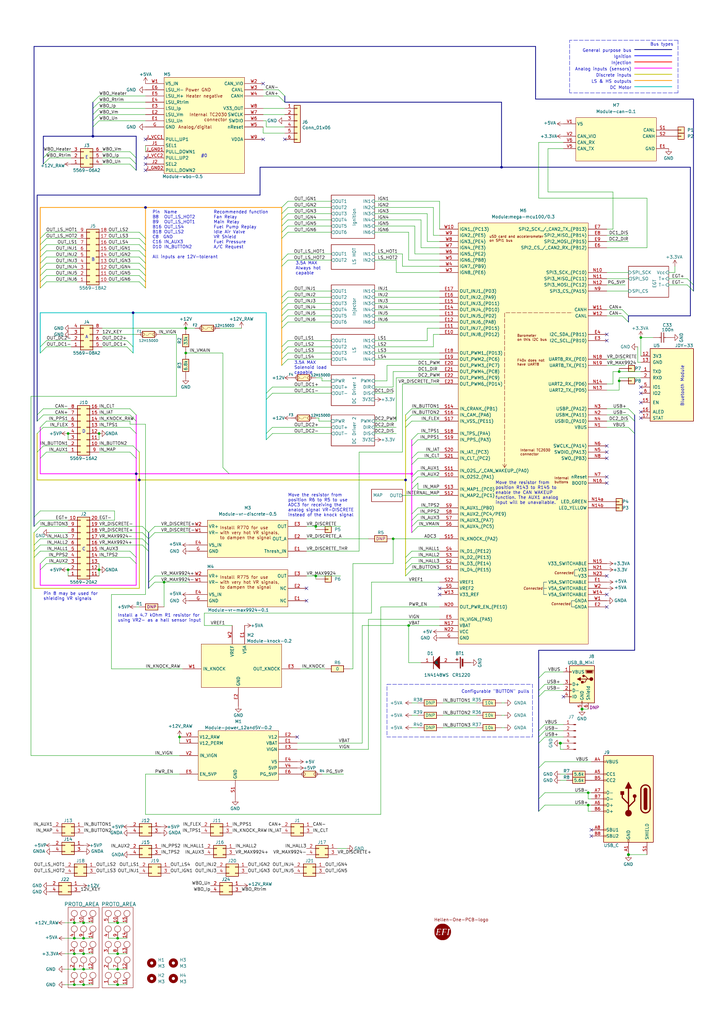
<source format=kicad_sch>
(kicad_sch (version 20231120) (generator "eeschema") (generator_version "8.0")
  (paper "A3" portrait)
  (title_block (title "UAEFI") (date "2024-08-15") (rev "D") (company "rusEFI.com") (comment 1 "https://rusefi.com/s/uaefi"))
  (junction (at 54.61 128.27))
  (junction (at 57.15 196.85))
  (junction (at 34.29 397.51))
  (junction (at 167.64 256.54))
  (junction (at 48.26 403.86))
  (junction (at 34.29 384.81))
  (junction (at 241.3 325.12))
  (junction (at 76.2 144.78))
  (junction (at 34.29 378.46))
  (junction (at 238.76 290.83) (diameter 1.016))
  (junction (at 38.1 55.88))
  (junction (at 27.94 177.8))
  (junction (at 257.81 350.52) (diameter 1.016))
  (junction (at 48.26 384.81))
  (junction (at 48.26 391.16))
  (junction (at 40.64 177.8))
  (junction (at 34.29 403.86))
  (junction (at 129.54 236.22))
  (junction (at 30.48 403.86))
  (junction (at 229.87 304.8) (diameter 1.016))
  (junction (at 262.89 138.43))
  (junction (at 67.31 238.76))
  (junction (at 168.91 194.31) (color 255 0 255 1))
  (junction (at 30.48 384.81))
  (junction (at 30.48 378.46))
  (junction (at 205.74 68.58))
  (junction (at 166.37 196.85))
  (junction (at 59.69 85.09))
  (junction (at 241.3 330.2))
  (junction (at 55.88 194.31))
  (junction (at 48.26 397.51))
  (junction (at 161.29 220.98))
  (junction (at 40.64 233.68))
  (junction (at 76.2 134.62))
  (junction (at 73.66 302.26))
  (junction (at 129.54 215.9))
  (junction (at 254 152.4))
  (junction (at 48.26 378.46))
  (junction (at 27.94 233.68))
  (junction (at 30.48 391.16))
  (junction (at 254 156.21))
  (junction (at 34.29 391.16))
  (junction (at 30.48 397.51))
  (no_connect (at 125.73 241.3))
  (no_connect (at 107.95 34.29))
  (no_connect (at 262.89 171.45))
  (no_connect (at 242.57 342.9))
  (no_connect (at 125.73 246.38))
  (no_connect (at 262.89 168.91))
  (no_connect (at 242.57 340.36))
  (no_connect (at 248.92 182.88))
  (no_connect (at 248.92 187.96))
  (no_connect (at 248.92 248.92))
  (no_connect (at 59.69 64.77))
  (no_connect (at 262.89 161.29))
  (no_connect (at 59.69 69.85))
  (no_connect (at 116.84 57.15))
  (no_connect (at 59.69 57.15))
  (no_connect (at 248.92 198.12))
  (no_connect (at 248.92 185.42))
  (no_connect (at 121.92 302.26))
  (no_connect (at 248.92 236.22))
  (no_connect (at 59.69 67.31))
  (no_connect (at 262.89 158.75))
  (no_connect (at 107.95 57.15))
  (no_connect (at 231.14 285.75))
  (no_connect (at 248.92 243.84))
  (no_connect (at 248.92 137.16))
  (no_connect (at 248.92 139.7))
  (no_connect (at 180.34 241.3))
  (no_connect (at 262.89 165.1))
  (no_connect (at 180.34 243.84))
  (no_connect (at 248.92 195.58))
  (bus_entry (at 171.45 177.8) (size -2.54 2.54))
  (bus_entry (at 114.3 36.83) (size 2.54 2.54))
  (bus_entry (at 255.27 127) (size 2.54 2.54))
  (bus_entry (at 118.11 147.32) (size -2.54 2.54))
  (bus_entry (at 19.05 172.72) (size -2.54 2.54))
  (bus_entry (at 54.61 182.88) (size 2.54 2.54))
  (bus_entry (at 19.05 100.33) (size -2.54 2.54))
  (bus_entry (at 40.64 39.37) (size -2.54 2.54))
  (bus_entry (at 223.52 325.12) (size -2.54 2.54) (stroke (width 0.1524)))
  (bus_entry (at 58.42 223.52) (size 2.54 2.54))
  (bus_entry (at 57.15 95.25) (size 2.54 2.54))
  (bus_entry (at 19.05 139.7) (size -2.54 2.54))
  (bus_entry (at 19.05 110.49) (size -2.54 2.54))
  (bus_entry (at 17.78 175.26) (size -2.54 2.54))
  (bus_entry (at 257.81 167.64) (size 2.54 2.54) (stroke (width 0.1524)))
  (bus_entry (at 168.91 172.72) (size -2.54 2.54))
  (bus_entry (at 114.3 39.37) (size 2.54 2.54))
  (bus_entry (at 171.45 187.96) (size -2.54 2.54))
  (bus_entry (at 223.52 299.72) (size -2.54 2.54))
  (bus_entry (at 16.51 213.36) (size -2.54 2.54))
  (bus_entry (at 223.52 275.59) (size -2.54 2.54))
  (bus_entry (at 223.52 283.21) (size -2.54 2.54))
  (bus_entry (at 118.11 132.08) (size -2.54 2.54))
  (bus_entry (at 111.76 177.8) (size -2.54 2.54))
  (bus_entry (at 19.05 113.03) (size -2.54 2.54))
  (bus_entry (at 168.91 231.14) (size -2.54 2.54))
  (bus_entry (at 58.42 220.98) (size 2.54 2.54))
  (bus_entry (at 168.91 228.6) (size -2.54 2.54))
  (bus_entry (at 17.78 170.18) (size -2.54 2.54))
  (bus_entry (at 19.05 185.42) (size -2.54 2.54))
  (bus_entry (at 223.52 297.18) (size -2.54 2.54))
  (bus_entry (at 118.11 142.24) (size -2.54 2.54))
  (bus_entry (at 19.05 107.95) (size -2.54 2.54))
  (bus_entry (at 40.64 44.45) (size -2.54 2.54))
  (bus_entry (at 19.05 115.57) (size -2.54 2.54))
  (bus_entry (at 57.15 113.03) (size 2.54 2.54))
  (bus_entry (at 171.45 195.58) (size -2.54 2.54))
  (bus_entry (at 118.11 127) (size -2.54 2.54))
  (bus_entry (at 57.15 110.49) (size 2.54 2.54))
  (bus_entry (at 111.76 175.26) (size -2.54 2.54))
  (bus_entry (at 16.51 226.06) (size -2.54 2.54))
  (bus_entry (at 171.45 198.12) (size -2.54 2.54))
  (bus_entry (at 171.45 210.82) (size -2.54 2.54))
  (bus_entry (at 281.94 116.84) (size 2.54 2.54))
  (bus_entry (at 118.11 92.71) (size -2.54 2.54))
  (bus_entry (at 19.05 228.6) (size -2.54 2.54))
  (bus_entry (at 171.45 185.42) (size -2.54 2.54))
  (bus_entry (at 168.91 233.68) (size -2.54 2.54))
  (bus_entry (at 53.34 185.42) (size 2.54 2.54))
  (bus_entry (at 118.11 87.63) (size -2.54 2.54))
  (bus_entry (at 17.78 167.64) (size -2.54 2.54))
  (bus_entry (at 118.11 85.09) (size -2.54 2.54))
  (bus_entry (at 40.64 41.91) (size -2.54 2.54))
  (bus_entry (at 19.05 231.14) (size -2.54 2.54))
  (bus_entry (at 19.05 95.25) (size -2.54 2.54))
  (bus_entry (at 118.11 129.54) (size -2.54 2.54))
  (bus_entry (at 118.11 104.14) (size -2.54 2.54))
  (bus_entry (at 63.5 238.76) (size -2.54 2.54))
  (bus_entry (at 63.5 218.44) (size -2.54 2.54))
  (bus_entry (at 53.34 175.26) (size 2.54 2.54))
  (bus_entry (at 57.15 100.33) (size 2.54 2.54))
  (bus_entry (at 257.81 175.26) (size 2.54 2.54) (stroke (width 0.1524)))
  (bus_entry (at 57.15 97.79) (size 2.54 2.54))
  (bus_entry (at 223.52 280.67) (size -2.54 2.54))
  (bus_entry (at 53.34 167.64) (size 2.54 2.54))
  (bus_entry (at 53.34 67.31) (size 2.54 2.54))
  (bus_entry (at 53.34 228.6) (size 2.54 2.54))
  (bus_entry (at 52.07 142.24) (size 2.54 2.54))
  (bus_entry (at 57.15 102.87) (size 2.54 2.54))
  (bus_entry (at 91.44 191.77) (size 2.54 2.54))
  (bus_entry (at 223.52 302.26) (size -2.54 2.54))
  (bus_entry (at 16.51 220.98) (size -2.54 2.54))
  (bus_entry (at 16.51 215.9) (size -2.54 2.54))
  (bus_entry (at 281.94 114.3) (size 2.54 2.54))
  (bus_entry (at 168.91 226.06) (size -2.54 2.54))
  (bus_entry (at 57.15 115.57) (size 2.54 2.54))
  (bus_entry (at 111.76 158.75) (size -2.54 2.54))
  (bus_entry (at 257.81 170.18) (size 2.54 2.54) (stroke (width 0.1524)))
  (bus_entry (at 118.11 119.38) (size -2.54 2.54))
  (bus_entry (at 168.91 170.18) (size -2.54 2.54))
  (bus_entry (at 118.11 144.78) (size -2.54 2.54))
  (bus_entry (at 53.34 170.18) (size 2.54 2.54))
  (bus_entry (at 58.42 218.44) (size 2.54 2.54))
  (bus_entry (at 118.11 106.68) (size -2.54 2.54))
  (bus_entry (at 57.15 105.41) (size 2.54 2.54))
  (bus_entry (at 118.11 139.7) (size -2.54 2.54))
  (bus_entry (at 19.05 97.79) (size -2.54 2.54))
  (bus_entry (at 118.11 95.25) (size -2.54 2.54))
  (bus_entry (at 52.07 139.7) (size 2.54 2.54))
  (bus_entry (at 171.45 208.28) (size -2.54 2.54))
  (bus_entry (at 16.51 209.55) (size -2.54 2.54))
  (bus_entry (at 118.11 82.55) (size -2.54 2.54))
  (bus_entry (at 171.45 215.9) (size -2.54 2.54))
  (bus_entry (at 17.78 182.88) (size -2.54 2.54))
  (bus_entry (at 53.34 62.23) (size 2.54 2.54))
  (bus_entry (at 223.52 330.2) (size -2.54 2.54) (stroke (width 0.1524)))
  (bus_entry (at 58.42 215.9) (size 2.54 2.54))
  (bus_entry (at 118.11 121.92) (size -2.54 2.54))
  (bus_entry (at 20.32 64.77) (size -2.54 2.54))
  (bus_entry (at 171.45 193.04) (size -2.54 2.54))
  (bus_entry (at 40.64 46.99) (size -2.54 2.54))
  (bus_entry (at 223.52 312.42) (size -2.54 2.54) (stroke (width 0.1524)))
  (bus_entry (at 171.45 213.36) (size -2.54 2.54))
  (bus_entry (at 168.91 167.64) (size -2.54 2.54))
  (bus_entry (at 63.5 215.9) (size -2.54 2.54))
  (bus_entry (at 171.45 180.34) (size -2.54 2.54))
  (bus_entry (at 40.64 49.53) (size -2.54 2.54))
  (bus_entry (at 19.05 105.41) (size -2.54 2.54))
  (bus_entry (at 53.34 226.06) (size 2.54 2.54))
  (bus_entry (at 118.11 90.17) (size -2.54 2.54))
  (bus_entry (at 255.27 129.54) (size 2.54 2.54))
  (bus_entry (at 63.5 236.22) (size -2.54 2.54))
  (bus_entry (at 118.11 124.46) (size -2.54 2.54))
  (bus_entry (at 53.34 64.77) (size 2.54 2.54))
  (bus_entry (at 57.15 107.95) (size 2.54 2.54))
  (bus_entry (at 16.51 223.52) (size -2.54 2.54))
  (bus_entry (at 19.05 142.24) (size -2.54 2.54))
  (bus_entry (at 20.32 62.23) (size -2.54 2.54))
  (bus_entry (at 111.76 161.29) (size -2.54 2.54))
  (bus_entry (at 19.05 102.87) (size -2.54 2.54))
  (wire (pts (xy 30.48 384.81) (xy 34.29 384.81)))
  (wire (pts (xy 242.57 332.74) (xy 241.3 332.74)))
  (wire (pts (xy 40.64 213.36) (xy 46.99 213.36)))
  (bus (pts (xy 55.88 177.8) (xy 55.88 187.96)) (stroke (width 0) (color 255 0 255 1)))
  (wire (pts (xy 205.74 288.29) (xy 207.01 288.29)))
  (bus (pts (xy 220.98 304.8) (xy 220.98 314.96)))
  (wire (pts (xy 44.45 97.79) (xy 57.15 97.79)))
  (wire (pts (xy 229.87 304.8) (xy 231.14 304.8)))
  (bus (pts (xy 15.24 80.01) (xy 15.24 170.18)))
  (bus (pts (xy 55.88 170.18) (xy 55.88 172.72)) (stroke (width 0) (color 255 0 255 1)))
  (wire (pts (xy 205.74 293.37) (xy 207.01 293.37)))
  (bus (pts (xy 109.22 161.29) (xy 109.22 163.83)) (stroke (width 0) (color 0 194 194 1)))
  (wire (pts (xy 29.21 64.77) (xy 20.32 64.77)))
  (wire (pts (xy 153.67 139.7) (xy 175.26 139.7)))
  (wire (pts (xy 153.67 147.32) (xy 180.34 147.32)))
  (wire (pts (xy 40.64 41.91) (xy 59.69 41.91)))
  (wire (pts (xy 111.76 158.75) (xy 135.89 158.75)))
  (wire (pts (xy 231.14 280.67) (xy 223.52 280.67)))
  (bus (pts (xy 15.24 185.42) (xy 15.24 196.85)) (stroke (width 0) (color 194 194 0 1)))
  (wire (pts (xy 41.91 67.31) (xy 53.34 67.31)))
  (wire (pts (xy 83.82 256.54) (xy 95.25 256.54)))
  (bus (pts (xy 38.1 55.88) (xy 17.78 55.88)))
  (wire (pts (xy 31.75 107.95) (xy 19.05 107.95)))
  (wire (pts (xy 153.67 119.38) (xy 180.34 119.38)))
  (wire (pts (xy 153.67 172.72) (xy 162.56 172.72)))
  (wire (pts (xy 48.26 378.46) (xy 52.07 378.46)))
  (wire (pts (xy 153.67 129.54) (xy 180.34 129.54)))
  (wire (pts (xy 41.91 62.23) (xy 53.34 62.23)))
  (wire (pts (xy 261.62 148.59) (xy 262.89 148.59)))
  (bus (pts (xy 275.59 25.4) (xy 260.35 25.4)) (stroke (width 0.3048) (color 255 0 0 1)))
  (bus (pts (xy 219.71 19.05) (xy 219.71 40.64)))
  (wire (pts (xy 132.08 154.94) (xy 132.08 156.21)))
  (wire (pts (xy 153.67 87.63) (xy 175.26 87.63)))
  (wire (pts (xy 276.86 111.76) (xy 276.86 109.22)))
  (wire (pts (xy 30.48 403.86) (xy 34.29 403.86)))
  (bus (pts (xy 16.51 85.09) (xy 16.51 97.79)) (stroke (width 0) (color 255 153 0 1)))
  (wire (pts (xy 107.95 44.45) (xy 116.84 44.45)))
  (wire (pts (xy 40.64 220.98) (xy 58.42 220.98)))
  (bus (pts (xy 109.22 177.8) (xy 109.22 180.34)) (stroke (width 0) (color 0 194 194 1)))
  (wire (pts (xy 26.67 384.81) (xy 30.48 384.81)))
  (bus (pts (xy 16.51 233.68) (xy 16.51 240.03)) (stroke (width 0) (color 255 0 255 1)))
  (wire (pts (xy 133.35 274.32) (xy 123.19 274.32)))
  (bus (pts (xy 60.96 241.3) (xy 60.96 238.76)))
  (wire (pts (xy 12.7 309.88) (xy 12.7 162.56)))
  (bus (pts (xy 275.59 33.02) (xy 260.35 33.02)) (stroke (width 0.3048) (color 255 153 0 1)))
  (wire (pts (xy 153.67 127) (xy 180.34 127)))
  (wire (pts (xy 40.64 185.42) (xy 53.34 185.42)))
  (wire (pts (xy 26.67 391.16) (xy 30.48 391.16)))
  (wire (pts (xy 242.57 325.12) (xy 241.3 325.12)))
  (wire (pts (xy 29.21 142.24) (xy 19.05 142.24)))
  (wire (pts (xy 165.1 109.22) (xy 180.34 109.22)))
  (bus (pts (xy 220.98 302.26) (xy 220.98 304.8)))
  (wire (pts (xy 180.34 82.55) (xy 180.34 93.98)))
  (bus (pts (xy 166.37 170.18) (xy 166.37 172.72)) (stroke (width 0) (color 194 194 0 1)))
  (wire (pts (xy 162.56 106.68) (xy 153.67 106.68)))
  (wire (pts (xy 142.24 347.98) (xy 138.43 347.98)))
  (bus (pts (xy 220.98 327.66) (xy 220.98 332.74)))
  (wire (pts (xy 153.67 95.25) (xy 167.64 95.25)))
  (bus (pts (xy 109.22 163.83) (xy 109.22 177.8)) (stroke (width 0) (color 0 194 194 1)))
  (wire (pts (xy 40.64 223.52) (xy 58.42 223.52)))
  (wire (pts (xy 118.11 82.55) (xy 135.89 82.55)))
  (wire (pts (xy 156.21 334.01) (xy 156.21 248.92)))
  (wire (pts (xy 181.61 293.37) (xy 195.58 293.37)))
  (bus (pts (xy 15.24 170.18) (xy 15.24 172.72)))
  (bus (pts (xy 115.57 144.78) (xy 115.57 147.32)) (stroke (width 0) (color 255 153 0 1)))
  (bus (pts (xy 168.91 210.82) (xy 168.91 213.36)) (stroke (width 0) (color 255 0 255 1)))
  (wire (pts (xy 46.99 213.36) (xy 46.99 209.55)))
  (wire (pts (xy 153.67 144.78) (xy 180.34 144.78)))
  (wire (pts (xy 83.82 251.46) (xy 83.82 256.54)))
  (wire (pts (xy 40.64 49.53) (xy 59.69 49.53)))
  (wire (pts (xy 114.3 39.37) (xy 107.95 39.37)))
  (bus (pts (xy 17.78 55.88) (xy 17.78 64.77)))
  (wire (pts (xy 255.27 127) (xy 248.92 127)))
  (wire (pts (xy 167.64 106.68) (xy 180.34 106.68)))
  (bus (pts (xy 16.51 115.57) (xy 16.51 118.11)) (stroke (width 0) (color 255 153 0 1)))
  (wire (pts (xy 45.72 274.32) (xy 45.72 243.84)))
  (bus (pts (xy 55.88 55.88) (xy 38.1 55.88)))
  (wire (pts (xy 148.59 256.54) (xy 167.64 256.54)))
  (wire (pts (xy 31.75 97.79) (xy 19.05 97.79)))
  (wire (pts (xy 274.32 116.84) (xy 281.94 116.84)))
  (wire (pts (xy 248.92 99.06) (xy 257.81 99.06)))
  (wire (pts (xy 63.5 215.9) (xy 77.47 215.9)))
  (wire (pts (xy 129.54 215.9) (xy 139.7 215.9)))
  (polyline (pts (xy 278.13 16.51) (xy 233.68 16.51)) (stroke (width 0) (type dash)))
  (wire (pts (xy 132.08 156.21) (xy 135.89 156.21)))
  (bus (pts (xy 15.24 177.8) (xy 15.24 185.42)) (stroke (width 0) (color 194 194 0 1)))
  (bus (pts (xy 13.97 212.09) (xy 13.97 19.05)))
  (wire (pts (xy 44.45 384.81) (xy 48.26 384.81)))
  (wire (pts (xy 44.45 110.49) (xy 57.15 110.49)))
  (bus (pts (xy 220.98 278.13) (xy 220.98 283.21)))
  (wire (pts (xy 171.45 177.8) (xy 180.34 177.8)))
  (wire (pts (xy 118.11 144.78) (xy 135.89 144.78)))
  (wire (pts (xy 27.94 228.6) (xy 19.05 228.6)))
  (wire (pts (xy 111.76 175.26) (xy 135.89 175.26)))
  (wire (pts (xy 31.75 105.41) (xy 19.05 105.41)))
  (wire (pts (xy 231.14 297.18) (xy 223.52 297.18)))
  (wire (pts (xy 147.32 185.42) (xy 165.1 185.42)))
  (bus (pts (xy 106.68 80.01) (xy 15.24 80.01)))
  (wire (pts (xy 31.75 115.57) (xy 19.05 115.57)))
  (wire (pts (xy 48.26 397.51) (xy 52.07 397.51)))
  (wire (pts (xy 251.46 152.4) (xy 251.46 157.48)))
  (wire (pts (xy 223.52 275.59) (xy 231.14 275.59)))
  (wire (pts (xy 254 151.13) (xy 254 152.4)))
  (wire (pts (xy 242.57 327.66) (xy 241.3 327.66)))
  (wire (pts (xy 118.11 92.71) (xy 135.89 92.71)))
  (wire (pts (xy 41.91 139.7) (xy 52.07 139.7)))
  (wire (pts (xy 59.69 173.99) (xy 59.69 243.84)))
  (wire (pts (xy 168.91 167.64) (xy 180.34 167.64)))
  (bus (pts (xy 115.57 142.24) (xy 115.57 144.78)) (stroke (width 0) (color 255 153 0 1)))
  (wire (pts (xy 254 154.94) (xy 254 156.21)))
  (wire (pts (xy 129.54 236.22) (xy 139.7 236.22)))
  (wire (pts (xy 118.11 90.17) (xy 135.89 90.17)))
  (bus (pts (xy 205.74 68.58) (xy 106.68 68.58)))
  (wire (pts (xy 220.98 81.28) (xy 220.98 58.42)))
  (bus (pts (xy 115.57 85.09) (xy 115.57 87.63)) (stroke (width 0) (color 255 153 0 1)))
  (wire (pts (xy 251.46 93.98) (xy 251.46 78.74)))
  (wire (pts (xy 40.64 170.18) (xy 53.34 170.18)))
  (wire (pts (xy 76.2 134.62) (xy 80.01 134.62)))
  (wire (pts (xy 44.45 113.03) (xy 57.15 113.03)))
  (bus (pts (xy 59.69 97.79) (xy 59.69 100.33)) (stroke (width 0) (color 255 153 0 1)))
  (bus (pts (xy 166.37 233.68) (xy 166.37 236.22)) (stroke (width 0) (color 194 194 0 1)))
  (wire (pts (xy 171.45 210.82) (xy 180.34 210.82)))
  (wire (pts (xy 241.3 290.83) (xy 238.76 290.83)))
  (wire (pts (xy 27.94 233.68) (xy 27.94 236.22)))
  (wire (pts (xy 129.54 171.45) (xy 130.81 171.45)))
  (bus (pts (xy 220.98 283.21) (xy 220.98 285.75)))
  (bus (pts (xy 59.69 85.09) (xy 59.69 97.79)) (stroke (width 0) (color 255 153 0 1)))
  (wire (pts (xy 251.46 152.4) (xy 254 152.4)))
  (bus (pts (xy 59.69 110.49) (xy 59.69 113.03)) (stroke (width 0) (color 255 153 0 1)))
  (wire (pts (xy 172.72 101.6) (xy 180.34 101.6)))
  (bus (pts (xy 115.57 90.17) (xy 115.57 92.71)) (stroke (width 0) (color 255 153 0 1)))
  (bus (pts (xy 60.96 238.76) (xy 60.96 226.06)))
  (wire (pts (xy 248.92 111.76) (xy 257.81 111.76)))
  (wire (pts (xy 44.45 105.41) (xy 57.15 105.41)))
  (bus (pts (xy 115.57 92.71) (xy 115.57 95.25)) (stroke (width 0) (color 255 153 0 1)))
  (bus (pts (xy 260.35 266.7) (xy 260.35 177.8)))
  (wire (pts (xy 34.29 397.51) (xy 38.1 397.51)))
  (bus (pts (xy 38.1 49.53) (xy 38.1 52.07)))
  (polyline (pts (xy 278.13 38.1) (xy 233.68 38.1)) (stroke (width 0) (type dash)))
  (wire (pts (xy 248.92 170.18) (xy 257.81 170.18)))
  (wire (pts (xy 153.67 124.46) (xy 180.34 124.46)))
  (bus (pts (xy 220.98 266.7) (xy 260.35 266.7)))
  (wire (pts (xy 254 156.21) (xy 254 160.02)))
  (wire (pts (xy 231.14 307.34) (xy 229.87 307.34)))
  (wire (pts (xy 248.92 96.52) (xy 257.81 96.52)))
  (bus (pts (xy 59.69 107.95) (xy 59.69 110.49)) (stroke (width 0) (color 255 153 0 1)))
  (wire (pts (xy 72.39 162.56) (xy 72.39 137.16)))
  (bus (pts (xy 115.57 106.68) (xy 115.57 109.22)) (stroke (width 0) (color 255 153 0 1)))
  (bus (pts (xy 16.51 231.14) (xy 16.51 233.68)) (stroke (width 0) (color 255 0 255 1)))
  (wire (pts (xy 248.92 160.02) (xy 254 160.02)))
  (wire (pts (xy 40.64 177.8) (xy 40.64 180.34)))
  (bus (pts (xy 168.91 198.12) (xy 168.91 200.66)) (stroke (width 0) (color 255 0 255 1)))
  (bus (pts (xy 13.97 223.52) (xy 13.97 226.06)) (stroke (width 0) (color 194 194 0 1)))
  (bus (pts (xy 115.57 127) (xy 115.57 129.54)) (stroke (width 0) (color 255 153 0 1)))
  (wire (pts (xy 177.8 137.16) (xy 180.34 137.16)))
  (bus (pts (xy 16.51 100.33) (xy 16.51 102.87)) (stroke (width 0) (color 255 153 0 1)))
  (wire (pts (xy 40.64 218.44) (xy 58.42 218.44)))
  (wire (pts (xy 76.2 144.78) (xy 91.44 144.78)))
  (wire (pts (xy 44.45 403.86) (xy 48.26 403.86)))
  (wire (pts (xy 255.27 129.54) (xy 248.92 129.54)))
  (wire (pts (xy 63.5 236.22) (xy 77.47 236.22)))
  (bus (pts (xy 275.59 35.56) (xy 260.35 35.56)) (stroke (width 0.3048) (color 0 194 194 1)))
  (wire (pts (xy 256.54 116.84) (xy 248.92 116.84)))
  (wire (pts (xy 63.5 218.44) (xy 77.47 218.44)))
  (bus (pts (xy 283.21 68.58) (xy 205.74 68.58)))
  (bus (pts (xy 13.97 19.05) (xy 219.71 19.05)))
  (wire (pts (xy 168.91 228.6) (xy 180.34 228.6)))
  (bus (pts (xy 168.91 182.88) (xy 168.91 187.96)) (stroke (width 0) (color 255 0 255 1)))
  (bus (pts (xy 275.59 20.32) (xy 260.35 20.32)))
  (bus (pts (xy 93.98 194.31) (xy 168.91 194.31)) (stroke (width 0) (color 255 0 255 1)))
  (wire (pts (xy 107.95 49.53) (xy 109.22 49.53)))
  (wire (pts (xy 27.94 170.18) (xy 17.78 170.18)))
  (wire (pts (xy 171.45 200.66) (xy 171.45 198.12)))
  (wire (pts (xy 118.11 106.68) (xy 135.89 106.68)))
  (wire (pts (xy 129.54 236.22) (xy 129.54 237.49)))
  (polyline (pts (xy 233.68 38.1) (xy 233.68 16.51)) (stroke (width 0) (type dash)))
  (wire (pts (xy 170.18 92.71) (xy 170.18 104.14)))
  (bus (pts (xy 55.88 55.88) (xy 55.88 64.77)))
  (wire (pts (xy 31.75 95.25) (xy 19.05 95.25)))
  (wire (pts (xy 48.26 391.16) (xy 52.07 391.16)))
  (bus (pts (xy 16.51 107.95) (xy 16.51 110.49)) (stroke (width 0) (color 255 153 0 1)))
  (bus (pts (xy 168.91 195.58) (xy 168.91 198.12)) (stroke (width 0) (color 255 0 255 1)))
  (bus (pts (xy 16.51 113.03) (xy 16.51 115.57)) (stroke (width 0) (color 255 153 0 1)))
  (wire (pts (xy 161.29 152.4) (xy 180.34 152.4)))
  (bus (pts (xy 13.97 226.06) (xy 13.97 228.6)) (stroke (width 0) (color 194 194 0 1)))
  (wire (pts (xy 41.91 137.16) (xy 55.88 137.16)))
  (wire (pts (xy 153.67 121.92) (xy 180.34 121.92)))
  (bus (pts (xy 168.91 194.31) (xy 168.91 195.58)) (stroke (width 0) (color 255 0 255 1)))
  (wire (pts (xy 111.76 177.8) (xy 135.89 177.8)))
  (bus (pts (xy 59.69 113.03) (xy 59.69 115.57)) (stroke (width 0) (color 255 153 0 1)))
  (wire (pts (xy 118.11 127) (xy 135.89 127)))
  (wire (pts (xy 31.75 113.03) (xy 19.05 113.03)))
  (wire (pts (xy 44.45 102.87) (xy 57.15 102.87)))
  (bus (pts (xy 260.35 170.18) (xy 260.35 172.72)))
  (wire (pts (xy 129.54 154.94) (xy 132.08 154.94)))
  (wire (pts (xy 175.26 134.62) (xy 180.34 134.62)))
  (bus (pts (xy 55.88 240.03) (xy 16.51 240.03)) (stroke (width 0) (color 255 0 255 1)))
  (bus (pts (xy 166.37 196.85) (xy 166.37 228.6)) (stroke (width 0) (color 194 194 0 1)))
  (wire (pts (xy 274.32 114.3) (xy 281.94 114.3)))
  (wire (pts (xy 161.29 220.98) (xy 180.34 220.98)))
  (wire (pts (xy 229.87 317.5) (xy 232.41 317.5)))
  (wire (pts (xy 223.52 312.42) (xy 242.57 312.42)))
  (wire (pts (xy 265.43 101.6) (xy 265.43 81.28)))
  (wire (pts (xy 248.92 101.6) (xy 265.43 101.6)))
  (wire (pts (xy 265.43 350.52) (xy 257.81 350.52)))
  (wire (pts (xy 30.48 378.46) (xy 34.29 378.46)))
  (wire (pts (xy 29.21 62.23) (xy 20.32 62.23)))
  (wire (pts (xy 118.11 85.09) (xy 135.89 85.09)))
  (bus (pts (xy 106.68 68.58) (xy 106.68 80.01)))
  (bus (pts (xy 16.51 187.96) (xy 16.51 194.31)) (stroke (width 0) (color 255 0 255 1)))
  (bus (pts (xy 59.69 102.87) (xy 59.69 105.41)) (stroke (width 0) (color 255 153 0 1)))
  (wire (pts (xy 27.94 215.9) (xy 16.51 215.9)))
  (wire (pts (xy 162.56 111.76) (xy 162.56 106.68)))
  (wire (pts (xy 125.73 226.06) (xy 147.32 226.06)))
  (wire (pts (xy 12.7 162.56) (xy 72.39 162.56)))
  (bus (pts (xy 55.88 231.14) (xy 55.88 240.03)) (stroke (width 0) (color 255 0 255 1)))
  (wire (pts (xy 59.69 317.5) (xy 73.66 317.5)))
  (wire (pts (xy 248.92 172.72) (xy 257.81 172.72)))
  (wire (pts (xy 48.26 384.81) (xy 52.07 384.81)))
  (wire (pts (xy 172.72 90.17) (xy 172.72 101.6)))
  (wire (pts (xy 158.75 149.86) (xy 180.34 149.86)))
  (bus (pts (xy 168.91 200.66) (xy 168.91 210.82)) (stroke (width 0) (color 255 0 255 1)))
  (wire (pts (xy 267.97 138.43) (xy 262.89 138.43)))
  (wire (pts (xy 153.67 85.09) (xy 177.8 85.09)))
  (wire (pts (xy 118.11 142.24) (xy 135.89 142.24)))
  (bus (pts (xy 168.91 180.34) (xy 168.91 182.88)) (stroke (width 0) (color 255 0 255 1)))
  (wire (pts (xy 44.45 115.57) (xy 57.15 115.57)))
  (bus (pts (xy 13.97 215.9) (xy 13.97 212.09)))
  (wire (pts (xy 144.78 231.14) (xy 161.29 231.14)))
  (wire (pts (xy 45.72 274.32) (xy 74.93 274.32)))
  (wire (pts (xy 53.34 173.99) (xy 59.69 173.99)))
  (wire (pts (xy 44.45 95.25) (xy 57.15 95.25)))
  (wire (pts (xy 118.11 124.46) (xy 135.89 124.46)))
  (wire (pts (xy 156.21 248.92) (xy 180.34 248.92)))
  (wire (pts (xy 165.1 157.48) (xy 180.34 157.48)))
  (wire (pts (xy 143.51 274.32) (xy 144.78 274.32)))
  (wire (pts (xy 162.56 172.72) (xy 162.56 154.94)))
  (wire (pts (xy 147.32 226.06) (xy 147.32 185.42)))
  (wire (pts (xy 165.1 203.2) (xy 180.34 203.2)))
  (bus (pts (xy 260.35 172.72) (xy 260.35 177.8)))
  (wire (pts (xy 171.45 193.04) (xy 180.34 193.04)))
  (wire (pts (xy 161.29 231.14) (xy 161.29 220.98)))
  (wire (pts (xy 229.87 320.04) (xy 232.41 320.04)))
  (bus (pts (xy 60.96 223.52) (xy 60.96 226.06)))
  (wire (pts (xy 53.34 172.72) (xy 53.34 173.99)))
  (bus (pts (xy 59.69 115.57) (xy 59.69 118.11)) (stroke (width 0) (color 255 153 0 1)))
  (wire (pts (xy 168.91 293.37) (xy 171.45 293.37)))
  (wire (pts (xy 17.78 182.88) (xy 27.94 182.88)))
  (bus (pts (xy 220.98 285.75) (xy 220.98 299.72)))
  (wire (pts (xy 153.67 175.26) (xy 162.56 175.26)))
  (bus (pts (xy 54.61 142.24) (xy 54.61 144.78)) (stroke (width 0) (color 0 194 194 1)))
  (wire (pts (xy 40.64 46.99) (xy 59.69 46.99)))
  (wire (pts (xy 40.64 182.88) (xy 54.61 182.88)))
  (wire (pts (xy 59.69 334.01) (xy 156.21 334.01)))
  (bus (pts (xy 60.96 220.98) (xy 60.96 223.52)))
  (wire (pts (xy 132.08 317.5) (xy 140.97 317.5)))
  (bus (pts (xy 13.97 218.44) (xy 13.97 223.52)) (stroke (width 0) (color 194 194 0 1)))
  (wire (pts (xy 34.29 391.16) (xy 38.1 391.16)))
  (bus (pts (xy 55.88 194.31) (xy 93.98 194.31)) (stroke (width 0) (color 255 0 255 1)))
  (wire (pts (xy 129.54 215.9) (xy 129.54 217.17)))
  (bus (pts (xy 284.48 40.64) (xy 284.48 116.84)))
  (wire (pts (xy 40.64 167.64) (xy 53.34 167.64)))
  (bus (pts (xy 55.88 194.31) (xy 55.88 228.6)) (stroke (width 0) (color 255 0 255 1)))
  (bus (pts (xy 115.57 124.46) (xy 115.57 127)) (stroke (width 0) (color 255 153 0 1)))
  (wire (pts (xy 114.3 36.83) (xy 107.95 36.83)))
  (wire (pts (xy 153.67 104.14) (xy 165.1 104.14)))
  (wire (pts (xy 27.94 226.06) (xy 16.51 226.06)))
  (bus (pts (xy 115.57 85.09) (xy 59.69 85.09)) (stroke (width 0) (color 255 153 0 1)))
  (wire (pts (xy 130.81 172.72) (xy 135.89 172.72)))
  (wire (pts (xy 153.67 142.24) (xy 177.8 142.24)))
  (wire (pts (xy 175.26 99.06) (xy 180.34 99.06)))
  (wire (pts (xy 118.11 95.25) (xy 135.89 95.25)))
  (bus (pts (xy 115.57 87.63) (xy 115.57 90.17)) (stroke (width 0) (color 255 153 0 1)))
  (wire (pts (xy 118.11 139.7) (xy 135.89 139.7)))
  (bus (pts (xy 16.51 105.41) (xy 16.51 107.95)) (stroke (width 0) (color 255 153 0 1)))
  (wire (pts (xy 40.64 39.37) (xy 59.69 39.37)))
  (wire (pts (xy 231.14 302.26) (xy 223.52 302.26)))
  (wire (pts (xy 34.29 403.86) (xy 38.1 403.86)))
  (bus (pts (xy 168.91 187.96) (xy 168.91 190.5)) (stroke (width 0) (color 255 0 255 1)))
  (wire (pts (xy 152.4 238.76) (xy 180.34 238.76)))
  (bus (pts (xy 16.51 110.49) (xy 16.51 113.03)) (stroke (width 0) (color 255 153 0 1)))
  (wire (pts (xy 220.98 58.42) (xy 231.14 58.42)))
  (bus (pts (xy 284.48 116.84) (xy 284.48 119.38)))
  (wire (pts (xy 262.89 138.43) (xy 262.89 146.05)))
  (wire (pts (xy 151.13 254) (xy 180.34 254)))
  (wire (pts (xy 31.75 110.49) (xy 19.05 110.49)))
  (polyline (pts (xy 278.13 16.51) (xy 278.13 38.1)) (stroke (width 0) (type dash)))
  (wire (pts (xy 44.45 378.46) (xy 48.26 378.46)))
  (bus (pts (xy 38.1 46.99) (xy 38.1 49.53)))
  (wire (pts (xy 121.92 304.8) (xy 148.59 304.8)))
  (bus (pts (xy 55.88 64.77) (xy 55.88 67.31)))
  (bus (pts (xy 16.51 194.31) (xy 55.88 194.31)) (stroke (width 0) (color 255 0 255 1)))
  (wire (pts (xy 26.67 378.46) (xy 30.48 378.46)))
  (wire (pts (xy 248.92 119.38) (xy 257.81 119.38)))
  (wire (pts (xy 40.64 172.72) (xy 53.34 172.72)))
  (wire (pts (xy 175.26 139.7) (xy 175.26 134.62)))
  (wire (pts (xy 224.79 78.74) (xy 224.79 60.96)))
  (bus (pts (xy 38.1 52.07) (xy 38.1 55.88)))
  (wire (pts (xy 48.26 403.86) (xy 52.07 403.86)))
  (wire (pts (xy 167.64 256.54) (xy 167.64 271.78)))
  (wire (pts (xy 251.46 78.74) (xy 224.79 78.74)))
  (wire (pts (xy 118.11 87.63) (xy 135.89 87.63)))
  (bus (pts (xy 219.71 40.64) (xy 284.48 40.64)))
  (wire (pts (xy 41.91 64.77) (xy 53.34 64.77)))
  (wire (pts (xy 153.67 90.17) (xy 172.72 90.17)))
  (wire (pts (xy 171.45 185.42) (xy 180.34 185.42)))
  (wire (pts (xy 161.29 158.75) (xy 161.29 152.4)))
  (wire (pts (xy 151.13 307.34) (xy 151.13 254)))
  (wire (pts (xy 153.67 92.71) (xy 170.18 92.71)))
  (wire (pts (xy 241.3 327.66) (xy 241.3 325.12)))
  (wire (pts (xy 168.91 226.06) (xy 180.34 226.06)))
  (wire (pts (xy 153.67 156.21) (xy 158.75 156.21)))
  (wire (pts (xy 165.1 185.42) (xy 165.1 157.48)))
  (bus (pts (xy 115.57 121.92) (xy 115.57 124.46)) (stroke (width 0) (color 255 153 0 1)))
  (wire (pts (xy 265.43 81.28) (xy 220.98 81.28)))
  (bus (pts (xy 115.57 134.62) (xy 115.57 142.24)) (stroke (width 0) (color 255 153 0 1)))
  (wire (pts (xy 27.94 185.42) (xy 19.05 185.42)))
  (bus (pts (xy 166.37 172.72) (xy 166.37 175.26)) (stroke (width 0) (color 194 194 0 1)))
  (wire (pts (xy 59.69 59.69) (xy 59.69 62.23)))
  (wire (pts (xy 251.46 157.48) (xy 248.92 157.48)))
  (wire (pts (xy 67.31 238.76) (xy 77.47 238.76)))
  (bus (pts (xy 275.59 22.86) (xy 260.35 22.86)) (stroke (width 0.3048) (color 0 0 255 1)))
  (bus (pts (xy 16.51 142.24) (xy 16.51 128.27)) (stroke (width 0) (color 0 194 194 1)))
  (wire (pts (xy 26.67 403.86) (xy 30.48 403.86)))
  (wire (pts (xy 66.04 137.16) (xy 72.39 137.16)))
  (wire (pts (xy 107.95 46.99) (xy 116.84 46.99)))
  (wire (pts (xy 248.92 149.86) (xy 256.54 149.86)))
  (bus (pts (xy 257.81 132.08) (xy 257.81 129.54)))
  (wire (pts (xy 16.51 209.55) (xy 46.99 209.55)))
  (bus (pts (xy 59.69 105.41) (xy 59.69 107.95)) (stroke (width 0) (color 255 153 0 1)))
  (wire (pts (xy 171.45 208.28) (xy 180.34 208.28)))
  (bus (pts (xy 168.91 213.36) (xy 168.91 215.9)) (stroke (width 0) (color 255 0 255 1)))
  (wire (pts (xy 59.69 334.01) (xy 59.69 317.5)))
  (wire (pts (xy 248.92 175.26) (xy 257.81 175.26)))
  (wire (pts (xy 171.45 187.96) (xy 180.34 187.96)))
  (wire (pts (xy 241.3 325.12) (xy 223.52 325.12)))
  (bus (pts (xy 116.84 41.91) (xy 205.74 41.91)))
  (bus (pts (xy 16.51 97.79) (xy 16.51 100.33)) (stroke (width 0) (color 255 153 0 1)))
  (bus (pts (xy 54.61 128.27) (xy 109.22 128.27)) (stroke (width 0) (color 0 194 194 1)))
  (wire (pts (xy 44.45 397.51) (xy 48.26 397.51)))
  (wire (pts (xy 231.14 299.72) (xy 223.52 299.72)))
  (wire (pts (xy 118.11 132.08) (xy 135.89 132.08)))
  (wire (pts (xy 20.32 218.44) (xy 27.94 218.44)))
  (wire (pts (xy 153.67 82.55) (xy 180.34 82.55)))
  (wire (pts (xy 170.18 104.14) (xy 180.34 104.14)))
  (bus (pts (xy 168.91 190.5) (xy 168.91 194.31)) (stroke (width 0) (color 255 0 255 1)))
  (wire (pts (xy 31.75 102.87) (xy 19.05 102.87)))
  (wire (pts (xy 40.64 228.6) (xy 53.34 228.6)))
  (wire (pts (xy 241.3 332.74) (xy 241.3 330.2)))
  (wire (pts (xy 180.34 111.76) (xy 162.56 111.76)))
  (wire (pts (xy 241.3 330.2) (xy 223.52 330.2)))
  (bus (pts (xy 59.69 100.33) (xy 59.69 102.87)) (stroke (width 0) (color 255 153 0 1)))
  (bus (pts (xy 115.57 147.32) (xy 115.57 149.86)) (stroke (width 0) (color 255 153 0 1)))
  (bus (pts (xy 16.51 102.87) (xy 16.51 105.41)) (stroke (width 0) (color 255 153 0 1)))
  (wire (pts (xy 167.64 271.78) (xy 172.72 271.78)))
  (bus (pts (xy 57.15 185.42) (xy 57.15 196.85)) (stroke (width 0) (color 194 194 0 1)))
  (wire (pts (xy 44.45 107.95) (xy 57.15 107.95)))
  (wire (pts (xy 148.59 304.8) (xy 148.59 256.54)))
  (wire (pts (xy 41.91 142.24) (xy 52.07 142.24)))
  (wire (pts (xy 27.94 213.36) (xy 16.51 213.36)))
  (bus (pts (xy 116.84 39.37) (xy 116.84 41.91)))
  (bus (pts (xy 55.88 228.6) (xy 55.88 231.14)) (stroke (width 0) (color 255 0 255 1)))
  (wire (pts (xy 29.21 139.7) (xy 19.05 139.7)))
  (bus (pts (xy 205.74 41.91) (xy 205.74 68.58)))
  (wire (pts (xy 152.4 251.46) (xy 83.82 251.46)))
  (wire (pts (xy 30.48 397.51) (xy 34.29 397.51)))
  (wire (pts (xy 118.11 119.38) (xy 135.89 119.38)))
  (wire (pts (xy 125.73 236.22) (xy 129.54 236.22)))
  (wire (pts (xy 254 152.4) (xy 262.89 152.4)))
  (wire (pts (xy 41.91 134.62) (xy 76.2 134.62)))
  (wire (pts (xy 144.78 274.32) (xy 144.78 231.14)))
  (bus (pts (xy 220.98 299.72) (xy 220.98 302.26)))
  (wire (pts (xy 175.26 87.63) (xy 175.26 99.06)))
  (wire (pts (xy 34.29 378.46) (xy 38.1 378.46)))
  (wire (pts (xy 27.94 177.8) (xy 27.94 180.34)))
  (wire (pts (xy 167.64 95.25) (xy 167.64 106.68)))
  (wire (pts (xy 44.45 100.33) (xy 57.15 100.33)))
  (wire (pts (xy 90.17 134.62) (xy 99.06 134.62)))
  (wire (pts (xy 118.11 147.32) (xy 135.89 147.32)))
  (wire (pts (xy 180.34 200.66) (xy 171.45 200.66)))
  (wire (pts (xy 73.66 302.26) (xy 73.66 304.8)))
  (bus (pts (xy 55.88 172.72) (xy 55.88 177.8)) (stroke (width 0) (color 255 0 255 1)))
  (wire (pts (xy 168.91 233.68) (xy 180.34 233.68)))
  (bus (pts (xy 166.37 228.6) (xy 166.37 231.14)) (stroke (width 0) (color 194 194 0 1)))
  (wire (pts (xy 167.64 256.54) (xy 180.34 256.54)))
  (wire (pts (xy 121.92 307.34) (xy 151.13 307.34)))
  (bus (pts (xy 54.61 128.27) (xy 54.61 142.24)) (stroke (width 0) (color 0 194 194 1)))
  (bus (pts (xy 115.57 95.25) (xy 115.57 97.79)) (stroke (width 0) (color 255 153 0 1)))
  (wire (pts (xy 27.94 231.14) (xy 19.05 231.14)))
  (wire (pts (xy 229.87 307.34) (xy 229.87 304.8)))
  (wire (pts (xy 168.91 288.29) (xy 171.45 288.29)))
  (wire (pts (xy 125.73 220.98) (xy 151.13 220.98)))
  (wire (pts (xy 67.31 238.76) (xy 67.31 248.92)))
  (wire (pts (xy 168.91 298.45) (xy 171.45 298.45)))
  (wire (pts (xy 125.73 215.9) (xy 129.54 215.9)))
  (wire (pts (xy 111.76 161.29) (xy 135.89 161.29)))
  (bus (pts (xy 16.51 128.27) (xy 54.61 128.27)) (stroke (width 0) (color 0 194 194 1)))
  (wire (pts (xy 171.45 195.58) (xy 180.34 195.58)))
  (bus (pts (xy 57.15 196.85) (xy 57.15 241.3)) (stroke (width 0) (color 194 194 0 1)))
  (bus (pts (xy 115.57 132.08) (xy 115.57 134.62)) (stroke (width 0) (color 255 153 0 1)))
  (wire (pts (xy 40.64 226.06) (xy 53.34 226.06)))
  (wire (pts (xy 118.11 129.54) (xy 135.89 129.54)))
  (wire (pts (xy 168.91 170.18) (xy 180.34 170.18)))
  (wire (pts (xy 30.48 391.16) (xy 34.29 391.16)))
  (wire (pts (xy 130.81 171.45) (xy 130.81 172.72)))
  (wire (pts (xy 55.88 248.92) (xy 57.15 248.92)))
  (wire (pts (xy 158.75 156.21) (xy 158.75 149.86)))
  (bus (pts (xy 16.51 175.26) (xy 16.51 187.96)) (stroke (width 0) (color 255 0 255 1)))
  (bus (pts (xy 59.69 85.09) (xy 16.51 85.09)) (stroke (width 0) (color 255 153 0 1)))
  (bus (pts (xy 275.59 27.94) (xy 260.35 27.94)) (stroke (width 0.3048) (color 255 0 255 1)))
  (bus (pts (xy 16.51 144.78) (xy 16.51 142.24)) (stroke (width 0) (color 0 194 194 1)))
  (bus (pts (xy 168.91 215.9) (xy 168.91 218.44)) (stroke (width 0) (color 255 0 255 1)))
  (wire (pts (xy 153.67 158.75) (xy 161.29 158.75)))
  (wire (pts (xy 109.22 49.53) (xy 109.22 52.07)))
  (bus (pts (xy 275.59 30.48) (xy 260.35 30.48)) (stroke (width 0.3048) (color 194 194 0 1)))
  (bus (pts (xy 115.57 129.54) (xy 115.57 132.08)) (stroke (width 0) (color 255 153 0 1)))
  (wire (pts (xy 224.79 60.96) (xy 231.14 60.96)))
  (wire (pts (xy 153.67 132.08) (xy 180.34 132.08)))
  (wire (pts (xy 26.67 397.51) (xy 30.48 397.51)))
  (wire (pts (xy 205.74 298.45) (xy 207.01 298.45)))
  (bus (pts (xy 115.57 97.79) (xy 115.57 106.68)) (stroke (width 0) (color 255 153 0 1)))
  (wire (pts (xy 171.45 180.34) (xy 180.34 180.34)))
  (wire (pts (xy 231.14 283.21) (xy 223.52 283.21)))
  (wire (pts (xy 109.22 52.07) (xy 116.84 52.07)))
  (wire (pts (xy 153.67 177.8) (xy 162.56 177.8)))
  (bus (pts (xy 220.98 314.96) (xy 220.98 327.66)))
  (wire (pts (xy 261.62 142.24) (xy 261.62 148.59)))
  (wire (pts (xy 12.7 309.88) (xy 73.66 309.88)))
  (wire (pts (xy 118.11 104.14) (xy 135.89 104.14)))
  (wire (pts (xy 40.64 231.14) (xy 40.64 233.68)))
  (bus (pts (xy 38.1 41.91) (xy 38.1 44.45)))
  (wire (pts (xy 168.91 231.14) (xy 180.34 231.14)))
  (bus (pts (xy 115.57 109.22) (xy 115.57 121.92)) (stroke (width 0) (color 255 153 0 1)))
  (bus (pts (xy 55.88 67.31) (xy 55.88 69.85)))
  (wire (pts (xy 118.11 121.92) (xy 135.89 121.92)))
  (wire (pts (xy 177.8 142.24) (xy 177.8 137.16)))
  (wire (pts (xy 274.32 111.76) (xy 276.86 111.76)))
  (wire (pts (xy 248.92 147.32) (xy 256.54 147.32)))
  (wire (pts (xy 242.57 330.2) (xy 241.3 330.2)))
  (wire (pts (xy 31.75 100.33) (xy 19.05 100.33)))
  (wire (pts (xy 248.92 93.98) (xy 251.46 93.98)))
  (wire (pts (xy 162.56 154.94) (xy 180.34 154.94)))
  (wire (pts (xy 254 154.94) (xy 262.89 154.94)))
  (bus (pts (xy 55.88 187.96) (xy 55.88 194.31)) (stroke (width 0) (color 255 0 255 1)))
  (wire (pts (xy 107.95 54.61) (xy 116.84 54.61)))
  (bus (pts (xy 57.15 241.3) (xy 13.97 241.3)) (stroke (width 0) (color 194 194 0 1)))
  (wire (pts (xy 34.29 384.81) (xy 38.1 384.81)))
  (wire (pts (xy 165.1 104.14) (xy 165.1 109.22)))
  (wire (pts (xy 40.64 233.68) (xy 40.64 236.22)))
  (wire (pts (xy 177.8 96.52) (xy 180.34 96.52)))
  (wire (pts (xy 27.94 167.64) (xy 17.78 167.64)))
  (wire (pts (xy 171.45 215.9) (xy 180.34 215.9)))
  (bus (pts (xy 38.1 44.45) (xy 38.1 46.99)))
  (wire (pts (xy 248.92 114.3) (xy 257.81 114.3)))
  (wire (pts (xy 44.45 391.16) (xy 48.26 391.16)))
  (bus (pts (xy 166.37 196.85) (xy 57.15 196.85)) (stroke (width 0) (color 194 194 0 1)))
  (wire (pts (xy 152.4 238.76) (xy 152.4 251.46)))
  (bus (pts (xy 166.37 175.26) (xy 166.37 196.85)) (stroke (width 0) (color 194 194 0 1)))
  (wire (pts (xy 27.94 223.52) (xy 16.51 223.52)))
  (wire (pts (xy 17.78 175.26) (xy 27.94 175.26)))
  (wire (pts (xy 45.72 243.84) (xy 59.69 243.84)))
  (bus (pts (xy 109.22 128.27) (xy 109.22 161.29)) (stroke (width 0) (color 0 194 194 1)))
  (bus (pts (xy 17.78 64.77) (xy 17.78 67.31)))
  (wire (pts (xy 27.94 220.98) (xy 16.51 220.98)))
  (bus (pts (xy 166.37 231.14) (xy 166.37 233.68)) (stroke (width 0) (color 194 194 0 1)))
  (wire (pts (xy 248.92 167.64) (xy 257.81 167.64)))
  (bus (pts (xy 283.21 129.54) (xy 283.21 68.58)))
  (bus (pts (xy 220.98 266.7) (xy 220.98 278.13)))
  (wire (pts (xy 181.61 298.45) (xy 195.58 298.45)))
  (wire (pts (xy 27.94 172.72) (xy 19.05 172.72)))
  (wire (pts (xy 91.44 144.78) (xy 91.44 191.77)))
  (wire (pts (xy 63.5 238.76) (xy 67.31 238.76)))
  (wire (pts (xy 40.64 175.26) (xy 53.34 175.26)))
  (wire (pts (xy 171.45 213.36) (xy 180.34 213.36)))
  (wire (pts (xy 153.67 161.29) (xy 161.29 161.29)))
  (bus (pts (xy 15.24 196.85) (xy 57.15 196.85)) (stroke (width 0) (color 194 194 0 1)))
  (bus (pts (xy 60.96 218.44) (xy 60.96 220.98)))
  (wire (pts (xy 107.95 52.07) (xy 107.95 54.61)))
  (wire (pts (xy 177.8 85.09) (xy 177.8 96.52)))
  (wire (pts (xy 181.61 288.29) (xy 195.58 288.29)))
  (bus (pts (xy 13.97 228.6) (xy 13.97 241.3)) (stroke (width 0) (color 194 194 0 1)))
  (wire (pts (xy 40.64 215.9) (xy 58.42 215.9)))
  (wire (pts (xy 40.64 44.45) (xy 59.69 44.45)))
  (bus (pts (xy 257.81 129.54) (xy 283.21 129.54)))
  (wire (pts (xy 168.91 172.72) (xy 180.34 172.72)))
  (rectangle (start 158.75 280.67) (end 218.44 302.26) (stroke (width 0) (type dash)))
  (text "Move the resistor from\nposition R6 to R5 to use \nADC3 for receiving the\nanalog signal VR-DISCRETE\ninstead of the knock signal" (at 118.11 212.09 0) (effects (font (size 1.27 1.27)) (justify left bottom)))
  (text "Bluetooth Module" (at 280.67 149.86 90) (effects (font (size 1.27 1.27)) (justify right bottom)))
  (text "Configurable \"BUTTON\" pulls" (at 189.23 284.48 0) (effects (font (size 1.27 1.27)) (justify left bottom)))
  (text "General purpose bus" (at 259.08 21.59 0) (effects (font (size 1.27 1.27)) (justify right bottom)))
  (text "Bus types" (at 266.7 19.05 0) (effects (font (size 1.27 1.27)) (justify left bottom)))
  (text "3.5A MAX\nSolenoid load\ncapable" (at 120.65 153.67 0) (effects (font (size 1.27 1.27)) (justify left bottom)))
  (text "D" (at 33.655 177.8 0) (effects (font (size 1.27 1.27)) (justify left bottom)))
  (text "Move the resistor from\nposition R143 to R145 to\nenable the CAN WAKEUP\nfunction. The AUX1 analog\ninput will be unavailable." (at 203.2 207.01 0) (effects (font (size 1.27 1.27)) (justify left bottom)))
  (text "C" (at 33.655 226.06 0) (effects (font (size 1.27 1.27)) (justify left bottom)))
  (text "Pin	Name			Recommended function\nB8	OUT_LS_HOT2		Fan Relay\nB9	OUT_LS_HOT1		Main Relay\nB16	OUT_LS4			Fuel Pump Replay\nB18	OUT_LS2			Idle Air Valve\nC8  GND  			VR Shield\nC16	IN_AUX3			Fuel Pressure\nD10	IN_BUTTON2		A/C Request\n\nAll inputs are 12V-tolerant" (at 62.484 86.36 0) (effects (font (size 1.27 1.27)) (justify left top)))
  (text "Injection" (at 259.08 26.67 0) (effects (font (size 1.27 1.27)) (justify right bottom)))
  (text "3.5A MAX\nAlways hot\ncapable" (at 121.2103 112.8584 0) (effects (font (size 1.27 1.27)) (justify left bottom)))
  (text "E" (at 34.925 65.405 0) (effects (font (size 1.27 1.27)) (justify left bottom)))
  (text "Discrete inputs" (at 259.08 31.75 0) (effects (font (size 1.27 1.27)) (justify right bottom)))
  (text "LS & HS outputs" (at 259.08 34.29 0) (effects (font (size 1.27 1.27)) (justify right bottom)))
  (text "Install a 4.7 kOhm R1 resistor for \nusing VR2- as a hall sensor input" (at 48.26 255.27 0) (effects (font (size 1.27 1.27)) (justify left bottom)))
  (text "B" (at 37.465 107.315 0) (effects (font (size 1.27 1.27)) (justify left bottom)))
  (text "A" (at 34.925 139.065 0) (effects (font (size 1.27 1.27)) (justify left bottom)))
  (text "Analog inputs (sensors)" (at 259.08 29.21 0) (effects (font (size 1.27 1.27)) (justify right bottom)))
  (text "#0" (at 85.09 64.77 0) (effects (font (size 1.27 1.27)) (justify right bottom)))
  (text "Ignition" (at 259.08 24.13 0) (effects (font (size 1.27 1.27)) (justify right bottom)))
  (text "DC Motor" (at 259.08 36.83 0) (effects (font (size 1.27 1.27)) (justify right bottom)))
  (text "Pin 8 may be used for \nshielding VR signals" (at 17.78 246.38 0) (effects (font (size 1.27 1.27)) (justify left bottom)))
  (label "OUT_LS2" (at 44.45 95.25 0))
  (label "WBO_Heater" (at 40.64 39.37 0))
  (label "IN_PPS1" (at 95.25 339.09 0))
  (label "VR_DISCRETE_A" (at 125.73 220.98 0))
  (label "OUT_IGN3" (at 44.45 107.95 0))
  (label "PG_5VP" (at 256.54 116.84 180))
  (label "IN_HALL1" (at 180.34 226.06 180))
  (label "OUT_LS1" (at 31.75 100.33 180))
  (label "OUT_LS1" (at 57.15 355.6 180))
  (label "12V_KEY" (at 33.02 365.76 0))
  (label "IN_PPS1" (at 180.34 180.34 180))
  (label "VR_DISCRETE+" (at 66.04 215.9 0))
  (label "IN_KNOCK_RAW" (at 40.64 172.72 0))
  (label "WBO_Un" (at 86.36 363.22 180))
  (label "OUT_LS1" (at 120.65 139.7 0))
  (label "DC2_DIR" (at 153.67 175.26 0))
  (label "IN_BUTTON1" (at 181.61 288.29 0))
  (label "IN_PPS2" (at 27.94 228.6 180))
  (label "OUT_DC1-" (at 120.65 161.29 0))
  (label "OUT_IGN3" (at 120.65 87.63 0))
  (label "IN_CLT" (at 46.99 167.64 180))
  (label "LS3" (at 154.94 144.78 0))
  (label "OUT_DC1-" (at 29.21 142.24 180))
  (label "IN_CLT" (at 180.34 187.96 180))
  (label "IN_IAT" (at 115.57 341.63 180))
  (label "OUT_INJ4" (at 120.65 127 0))
  (label "IN_AUX2" (at 27.94 231.14 180))
  (label "OUT_LS4" (at 120.65 147.32 0))
  (label "OUT_DC2-" (at 120.65 177.8 0))
  (label "INJ6" (at 154.94 132.08 0))
  (label "IN_MAP" (at 21.59 341.63 180))
  (label "VR_DISCRETE-" (at 40.64 215.9 0))
  (label "OUT_INJ1" (at 120.65 119.38 0))
  (label "CAN+" (at 255.27 127 180))
  (label "IGN5" (at 154.94 92.71 0))
  (label "12V_KEY" (at 41.91 137.16 0))
  (label "IN_FLEX" (at 180.34 172.72 180))
  (label "IN_TPS2" (at 66.04 350.52 0))
  (label "IN_BUTTON2" (at 34.29 341.63 0))
  (label "IN_BUTTON1" (at 34.29 339.09 0))
  (label "OUT_LS_HOT1" (at 26.67 355.6 180))
  (label "OUT_IGN1" (at 69.85 358.14 0))
  (label "OUT_LS4" (at 44.45 100.33 0))
  (label "OUT_LS_HOT1" (at 31.75 95.25 180))
  (label "OUT_INJ3" (at 88.9 358.14 180))
  (label "IN_MAP" (at 40.64 185.42 0))
  (label "VIGN" (at 143.51 307.34 180))
  (label "VR_DISCRETE+" (at 138.43 350.52 0))
  (label "IN_AUX1" (at 21.59 339.09 180))
  (label "VBAT" (at 167.64 256.54 0))
  (label "IN_HALL2" (at 180.34 228.6 180))
  (label "IGN6" (at 154.94 95.25 0))
  (label "VR_MAX9924" (at 125.73 236.22 0))
  (label "USB+" (at 251.46 167.64 0))
  (label "USB+" (at 223.52 302.26 0))
  (label "USB-" (at 241.3 325.12 180))
  (label "OUT_LS_HOT2" (at 31.75 97.79 180))
  (label "OUT_LS_HOT2" (at 133.35 106.68 180))
  (label "OUT_IGN5" (at 133.35 358.14 0))
  (label "VREF1" (at 167.64 238.76 0))
  (label "IN_BUTTON1" (at 180.34 167.64 180))
  (label "IN_TPS1" (at 40.64 175.26 0))
  (label "OUT_LS3" (at 120.65 144.78 0))
  (label "INJ4" (at 154.94 127 0))
  (label "VR_DISCRETE+" (at 40.64 218.44 0))
  (label "WBO_Ip" (at 40.64 44.45 0))
  (label "DC1_DIS" (at 257.81 96.52 180))
  (label "LS4" (at 154.94 147.32 0))
  (label "IN_CLT" (at 128.27 341.63 0))
  (label "IN_HALL2" (at 27.94 223.52 180))
  (label "USB-" (at 223.52 299.72 0))
  (label "VR_MAX9924+" (at 96.52 350.52 0))
  (label "WBO_Un" (at 41.91 67.31 0))
  (label "VBUS" (at 224.79 275.59 0))
  (label "INJ5" (at 154.94 129.54 0))
  (label "IN_KNOCK" (at 133.35 274.32 180))
  (label "WBO_Vm" (at 41.91 62.23 0))
  (label "OUT_INJ5" (at 31.75 113.03 180))
  (label "WBO_Ip" (at 41.91 64.77 0))
  (label "DC2_DIS" (at 257.81 172.72 180))
  (label "VR_MAX9924-" (at 40.64 220.98 0))
  (label "OUT_IGN4" (at 133.35 355.6 0))
  (label "IGN2" (at 154.94 85.09 0))
  (label "IN_AUX2" (at 53.34 347.98 180))
  (label "OUT_LS3" (at 44.45 97.79 0))
  (label "USB-" (at 251.46 170.18 0))
  (label "WBO_Rtrim" (at 99.06 365.76 0))
  (label "IN_BUTTON1" (at 27.94 182.88 180))
  (label "OUT_INJ1" (at 57.15 358.14 180))
  (label "OUT_IGN5" (at 44.45 113.03 0))
  (label "OUT_IGN4" (at 120.65 90.17 0))
  (label "IN_TPS2" (at 40.64 228.6 0))
  (label "DC2_PWM" (at 153.67 172.72 0))
  (label "OUT_IGN6" (at 44.45 115.57 0))
  (label "CAN+" (at 114.3 39.37 180))
  (label "OUT_LS2" (at 39.37 355.6 0))
  (label "VR_DISCRETE-" (at 66.04 218.44 0))
  (label "VREF1" (at 86.36 256.54 0))
  (label "OUT_INJ5" (at 120.65 358.14 180))
  (label "PWR_EN" (at 63.5 317.5 0))
  (label "VBUS" (at 228.6 297.18 180))
  (label "VR_DISCRETE" (at 125.73 215.9 0))
  (label "OUT_IGN4" (at 44.45 110.49 0))
  (label "CAN-" (at 27.94 167.64 180))
  (label "VR_MAX9924-" (at 66.04 238.76 0))
  (label "VBAT" (at 143.51 304.8 180))
  (label "OUT_IGN2" (at 120.65 85.09 0))
  (label "PG_5VP" (at 140.97 317.5 180))
  (label "OUT_LS_HOT1" (at 133.35 104.14 180))
  (label "OUT_DC2+" (at 41.91 139.7 0))
  (label "LS_HOT2" (at 154.94 106.68 0))
  (label "WBO_Vm" (at 40.64 46.99 0))
  (label "IN_VIGN" (at 63.5 309.88 0))
  (label "OUT_INJ3" (at 120.65 124.46 0))
  (label "VR_DISCRETE_THR" (at 125.73 226.06 0))
  (label "OUT_DC1+" (at 41.91 142.24 0))
  (label "EGT+" (at 27.94 213.36 180))
  (label "DC2_PWM" (at 171.45 154.94 0))
  (label "DC2_DIR" (at 257.81 99.06 180))
  (label "IN_BUTTON3" (at 180.34 233.68 180))
  (label "IN_TPS2" (at 180.34 208.28 180))
  (label "CAN+" (at 27.94 170.18 180))
  (label "IN_HALL3" (at 180.34 231.14 180))
  (label "CAN-" (at 128.27 339.09 0))
  (label "VR_DISCRETE_THR" (at 180.34 157.48 180))
  (label "WBO_Rtrim" (at 40.64 41.91 0))
  (label "OUT_IGN2" (at 44.45 105.41 0))
  (label "IN_HALL3" (at 27.94 220.98 180))
  (label "IN_AUX1" (at 180.34 193.04 180))
  (label "OUT_INJ2" (at 31.75 105.41 180))
  (label "DC1_DIR" (at 171.45 152.4 0))
  (label "IN_PPS2" (at 180.34 210.82 180))
  (label "OUT_LS4" (at 69.85 355.6 0))
  (label "OUT_LS_HOT2" (at 26.67 358.14 180))
  (label "VR_DISCRETE" (at 248.92 147.32 0))
  (label "OUT_INJ2" (at 120.65 121.92 0))
  (label "VBUS" (at 236.22 312.42 0))
  (label "OUT_DC2-" (at 29.21 139.7 180))
  (label "LS2" (at 154.94 142.24 0))
  (label "OUT_INJ1" (at 31.75 102.87 180))
  (label "VIGN" (at 167.64 254 0))
  (label "INJ3" (at 154.94 124.46 0))
  (label "IN_TPS1" (at 180.34 177.8 180))
  (label "IN_VMAIN" (at 86.36 144.78 180))
  (label "EGT+" (at 275.59 114.3 0))
  (label "ADC3" (at 173.99 220.98 0))
  (label "OUT_IGN6" (at 120.65 95.25 0))
  (label "OUT_INJ6" (at 120.65 132.08 0))
  (label "IN_HALL1" (at 83.82 347.98 180))
  (label "IN_HALL2" (at 96.52 347.98 0))
  (label "IN_TPS1" (at 82.55 341.63 180))
  (label "VBUS" (at 251.46 175.26 0))
  (label "IN_HALL3" (at 125.73 347.98 180))
  (label "IN_PPS2" (at 66.04 347.98 0))
  (label "IN_MAP" (at 180.34 200.66 180))
  (label "OUT_IGN1" (at 44.45 102.87 0))
  (label "IN_BUTTON2" (at 181.61 293.37 0))
  (label "OUT_INJ4" (at 31.75 110.49 180))
  (label "IN_BUTTON2" (at 180.34 170.18 180))
  (label "OUT_INJ2" (at 88.9 355.6 180))
  (label "OUT_INJ5" (at 120.65 129.54 0))
  (label "VR_MAX9924" (at 248.92 149.86 0))
  (label "IN_BUTTON3" (at 27.94 215.9 180))
  (label "IN_FLEX" (at 27.94 175.26 180))
  (label "IN_VIGN" (at 72.39 137.16 180))
  (label "CAN-" (at 255.27 129.54 180))
  (label "OUT_LS3" (at 39.37 358.14 0))
  (label "IN_AUX2" (at 180.34 195.58 180))
  (label "IN_BUTTON3" (at 181.61 298.45 0))
  (label "IGN1" (at 154.94 82.55 0))
  (label "IN_IAT" (at 180.34 185.42 180))
  (label "IN_AUX3" (at 83.82 350.52 180))
  (label "EGT-" (at 40.64 213.36 0))
  (label "VR_MAX9924+" (at 40.64 223.52 0))
  (label "IN_BUTTON2" (at 40.64 182.88 0))
  (label "IN_IAT" (at 40.64 170.18 0))
  (label "OUT_LS2" (at 120.65 142.24 0))
  (label "PWR_EN" (at 167.64 248.92 0))
  (label "OUT_DC1+" (at 120.65 158.75 0))
  (label "IN_HALL1" (at 27.94 226.06 180))
  (label "USB+" (at 229.87 280.67 180))
  (label "OUT_IGN1" (at 120.65 82.55 0))
  (label "WBO_Heater" (at 29.21 62.23 180))
  (label "OUT_IGN5" (at 120.65 92.71 0))
  (label "IGN4" (at 154.94 90.17 0))
  (label "IN_KNOCK_RAW" (at 59.69 274.32 0))
  (label "DC1_DIS" (at 153.67 161.29 0))
  (label "CAN-" (at 114.3 36.83 180))
  (label "CAN+" (at 115.57 339.09 180))
  (label "IN_FLEX" (at 82.55 339.09 180))
  (label "LS_HOT1" (at 154.94 104.14 0))
  (label "INJ1" (at 154.94 119.38 0))
  (label "IN_AUX3" (at 180.34 213.36 180))
  (label "WBO_Ip" (at 86.36 365.76 180))
  (label "IGN3" (at 154.94 87.63 0))
  (label "DC2_DIS" (at 153.67 177.8 0))
  (label "WBO_Rtrim" (at 29.21 64.77 180))
  (label "INJ2" (at 154.94 121.92 0))
  (label "OUT_INJ6" (at 31.75 115.57 180))
  (label "OUT_IGN2" (at 101.6 355.6 0))
  (label "OUT_DC2+" (at 120.65 175.26 0))
  (label "EGT-" (at 275.59 116.84 0))
  (label "IN_KNOCK_RAW" (at 95.25 341.63 0))
  (label "OUT_INJ4" (at 120.65 355.6 180))
  (label "USB-" (at 229.87 283.21 180))
  (label "LS1" (at 154.94 139.7 0))
  (label "OUT_INJ3" (at 31.75 107.95 180))
  (label "IN_AUX1" (at 27.94 185.42 180))
  (label "DC1_PWM" (at 171.45 149.86 0))
  (label "OUT_IGN3" (at 101.6 358.14 0))
  (label "IN_PPS1" (at 27.94 172.72 180))
  (label "VR_MAX9924+" (at 66.04 236.22 0))
  (label "IN_VMAIN" (at 180.34 215.9 180))
  (label "WBO_Un" (at 40.64 49.53 0))
  (label "IN_AUX3" (at 40.64 226.06 0))
  (label "VR_MAX9924-" (at 125.73 350.52 180))
  (label "INTERNAL_MAP" (at 180.34 203.2 180))
  (label "USB+" (at 241.3 330.2 180))
  (symbol (lib_id "hellen-one-common:Cap") (at 271.78 138.43 0) (mirror y) (unit 1)
    (property "Reference" "C33" (at 271.78 133.35 0) (effects (justify right)))
    (property "Value" "100n" (at 271.4077 135.2395 0) (effects (justify right)))
    (property "Footprint" "hellen-one-common:C0603" (effects (hide yes)))
    (property "LCSC" "C14663" (effects (hide yes)))
  )
  (symbol (lib_id "power:GND") (at 180.34 261.62 270) (mirror x) (unit 1)
    (property "Reference" "#PWR034" (effects (hide yes)))
    (property "Value" "GND" (at 176.53 261.62 90) (effects (justify right)))
  )
  (symbol (lib_id "power:GNDA") (at 207.01 288.29 90) (unit 1)
    (property "Reference" "#PWR0125" (effects (hide yes)))
    (property "Value" "GNDA" (at 213.36 288.29 90))
  )
  (symbol (lib_id "Connector_Generic:Conn_02x03_Top_Bottom") (at 34.29 64.77 0) (mirror x) (unit 1)
    (property "Reference" "J3" (at 35.56 59.69 0))
    (property "Value" "5569-06A2" (at 35.56 69.85 0))
    (property "Footprint" "Connector_Molex:Molex_Mini-Fit_Jr_5569-06A2_2x03_P4.20mm_Horizontal" (effects (hide yes)))
    (property "LCSC" "C293509" (effects (hide yes)))
  )
  (symbol (lib_id "misc:USB_C") (at 257.81 327.66 0) (mirror y) (unit 1)
    (property "Reference" "J9" (at 248.92 308.61 0))
    (property "Value" "USB_C" (at 247.65 346.71 0) (effects (justify right)))
    (property "Footprint" "kicad6-libraries:USB_C" (effects (hide yes)))
    (property "Datasheet" "https://www.usb.org/sites/default/files/documents/usb_type-c.zip" (effects (hide yes)))
    (property "LCSC" "C2927038" (effects (hide yes)))
  )
  (symbol (lib_id "power:+3.3V") (at 248.92 233.68 270) (unit 1)
    (property "Reference" "#PWR046" (effects (hide yes)))
    (property "Value" "+3.3V" (at 251.46 233.68 90) (effects (justify left)))
  )
  (symbol (lib_id "power:GND") (at 238.76 290.83 0) (mirror y) (unit 1)
    (property "Reference" "#PWR044" (effects (hide yes)))
    (property "Value" "GND" (at 238.7092 294.7734 0))
  )
  (symbol (lib_id "hellen-one-common:PROTO_AREA") (at 44.45 405.13 90) (unit 1)
    (property "Reference" "G4" (effects (hide yes)))
    (property "Value" "PROTO_AREA" (at 55.88 370.84 90) (effects (font (size 1.524 1.524)) (justify left)))
    (property "Footprint" "hellen-one-common:PROTO_AREA" (effects (hide yes)))
  )
  (symbol (lib_id "power:GND") (at 59.69 36.83 270) (mirror x) (unit 1)
    (property "Reference" "#PWR013" (effects (hide yes)))
    (property "Value" "GND" (at 55.88 36.83 90) (effects (justify right)))
  )
  (symbol (lib_id "Connector_Generic:Conn_02x02_Odd_Even") (at 64.77 355.6 0) (mirror y) (unit 1)
    (property "Reference" "J19" (at 63.5 353.06 0))
    (property "Value" "Conn_02x02_Odd_Even" (effects (hide yes)))
    (property "Footprint" "Connector_PinSocket_2.54mm:PinSocket_2x02_P2.54mm_Vertical" (effects (hide yes)))
  )
  (symbol (lib_id "Mechanical:MountingHole") (at 71.12 401.32 0) (unit 1)
    (property "Reference" "H4" (at 73.66 400.05 0) (effects (justify left)))
    (property "Value" "M3" (at 73.66 402.59 0) (effects (justify left)))
    (property "Footprint" "MountingHole:MountingHole_3.2mm_M3_Pad_Via" (effects (hide yes)))
  )
  (symbol (lib_id "Connector_Generic:Conn_02x02_Odd_Even") (at 91.44 347.98 0) (mirror y) (unit 1)
    (property "Reference" "J16" (at 90.17 345.44 0))
    (property "Value" "Conn_02x02_Odd_Even" (effects (hide yes)))
    (property "Footprint" "Connector_PinSocket_2.54mm:PinSocket_2x02_P2.54mm_Vertical" (effects (hide yes)))
  )
  (symbol (lib_id "power:+3.3VA") (at 262.89 138.43 0) (unit 1)
    (property "Reference" "#PWR0123" (effects (hide yes)))
    (property "Value" "+3.3VA" (at 259.08 134.62 0) (effects (justify left)))
  )
  (symbol (lib_id "hellen-one-common:Fuse-Pad-Pad") (at 124.46 171.45 0) (unit 1)
    (property "Reference" "F3" (at 119.38 170.18 0) (effects (font (size 1.016 1.016))))
    (property "Value" "12H1500D" (at 131.5492 170.3413 0) (effects (font (size 1.016 1.016))))
    (property "Footprint" "hellen-one-common:PAD-1206-PAD" (effects (hide yes)))
    (property "LCSC" "C182446" (effects (hide yes)))
  )
  (symbol (lib_id "power:+12V") (at 76.2 134.62 0) (unit 1)
    (property "Reference" "#PWR015" (effects (hide yes)))
    (property "Value" "+12V" (at 76.2 130.81 0))
  )
  (symbol (lib_id "Connector_Generic:Conn_02x02_Odd_Even") (at 133.35 347.98 0) (mirror y) (unit 1)
    (property "Reference" "J17" (at 132.08 345.44 0))
    (property "Value" "Conn_02x02_Odd_Even" (effects (hide yes)))
    (property "Footprint" "Connector_PinSocket_2.54mm:PinSocket_2x02_P2.54mm_Vertical" (effects (hide yes)))
  )
  (symbol (lib_id "hellen-one-common:Jumper-Pad-Pad") (at 127 317.5 0) (unit 1)
    (property "Reference" "R4" (at 132.08 316.23 0) (effects (font (size 1.016 1.016))))
    (property "Value" "Jumper-Pad-Pad" (effects (hide yes)))
    (property "Footprint" "hellen-one-common:PAD-0805-PAD" (effects (hide yes)))
    (property "LCSC" "C17477" (effects (hide yes)))
  )
  (symbol (lib_id "power:+12V") (at 33.02 363.22 270) (unit 1)
    (property "Reference" "#PWR0111" (effects (hide yes)))
    (property "Value" "+12V" (at 38.1 363.22 90))
  )
  (symbol (lib_id "Connector_Generic:Conn_02x08_Top_Bottom") (at 33.02 177.8 0) (mirror x) (unit 1)
    (property "Reference" "J10" (at 34.29 165.1 0))
    (property "Value" "5569-16A2" (at 34.29 187.96 0))
    (property "Footprint" "Connector_Molex:Molex_Mini-Fit_Jr_5569-16A2_2x08_P4.20mm_Horizontal" (effects (hide yes)))
    (property "LCSC" "C485577" (effects (hide yes)))
  )
  (symbol (lib_id "power:GNDA") (at 53.34 341.63 270) (mirror x) (unit 1)
    (property "Reference" "#PWR0130" (effects (hide yes)))
    (property "Value" "GNDA" (at 47.7456 341.5157 90))
  )
  (symbol (lib_id "Connector_Generic:Conn_02x02_Odd_Even") (at 96.52 355.6 0) (mirror y) (unit 1)
    (property "Reference" "J20" (at 95.25 353.06 0))
    (property "Value" "Conn_02x02_Odd_Even" (effects (hide yes)))
    (property "Footprint" "Connector_PinSocket_2.54mm:PinSocket_2x02_P2.54mm_Vertical" (effects (hide yes)))
  )
  (symbol (lib_id "Connector_Generic:Conn_02x09_Top_Bottom") (at 36.83 105.41 0) (mirror x) (unit 1)
    (property "Reference" "J5" (at 38.1 92.71 0))
    (property "Value" "5569-18A2" (at 38.1 118.11 0))
    (property "Footprint" "Connector_Molex:Molex_Mini-Fit_Jr_5569-18A2_2x09_P4.20mm_Horizontal" (effects (hide yes)))
    (property "LCSC" "C240834" (effects (hide yes)))
  )
  (symbol (lib_id "power:+3.3VA") (at 26.67 391.16 90) (unit 1)
    (property "Reference" "#PWR038" (effects (hide yes)))
    (property "Value" "+3.3VA" (at 24.13 391.16 90) (effects (justify left)))
  )
  (symbol (lib_id "power:GNDA") (at 34.29 349.25 90) (unit 1)
    (property "Reference" "#PWR0137" (effects (hide yes)))
    (property "Value" "GNDA" (at 39.8844 349.1357 90))
  )
  (symbol (lib_id "hellen-one-common:Pad") (at 259.08 156.21 0) (unit 1)
    (property "Reference" "P8" (at 260.35 156.21 0) (effects (justify left)))
    (property "Value" "Pad" (effects (hide yes)))
    (property "Footprint" "hellen-one-common:PAD-TH" (effects (hide yes)))
  )
  (symbol (lib_id "hellen-one-common:Fuse-Pad-Pad") (at 60.96 137.16 0) (unit 1)
    (property "Reference" "F1" (at 57.15 135.89 0) (effects (font (size 1.016 1.016))))
    (property "Value" "12H1500D" (at 60.96 139.7 0) (effects (font (size 1.016 1.016))))
    (property "Footprint" "hellen-one-common:PAD-1206-PAD" (effects (hide yes)))
    (property "LCSC" "C182446" (effects (hide yes)))
  )
  (symbol (lib_id "power:GNDA") (at 248.92 246.38 90) (unit 1)
    (property "Reference" "#PWR049" (effects (hide yes)))
    (property "Value" "GNDA" (at 254.5144 246.2657 90))
  )
  (symbol (lib_id "hellen-one-common:Res") (at 232.41 317.5 0) (mirror x) (unit 1)
    (property "Reference" "R7" (at 232.41 316.23 0))
    (property "Value" "5.6k" (at 237.49 317.5 0))
    (property "Footprint" "hellen-one-common:R0603" (effects (hide yes)))
    (property "LCSC" "C23189" (effects (hide yes)))
  )
  (symbol (lib_id "hellen-one-common:PROTO_AREA") (at 30.48 405.13 90) (unit 1)
    (property "Reference" "G3" (effects (hide yes)))
    (property "Value" "PROTO_AREA" (at 40.64 370.84 90) (effects (font (size 1.524 1.524)) (justify left)))
    (property "Footprint" "hellen-one-common:PROTO_AREA" (effects (hide yes)))
  )
  (symbol (lib_id "power:+3.3V") (at 153.67 180.34 270) (unit 1)
    (property "Reference" "#PWR032" (effects (hide yes)))
    (property "Value" "+3.3V" (at 156.21 180.34 90) (effects (justify left)))
  )
  (symbol (lib_id "hellen-one-common:Res") (at 205.74 298.45 180) (unit 1)
    (property "Reference" "R37" (at 195.58 297.18 0))
    (property "Value" "10k" (at 200.66 298.45 0))
    (property "Footprint" "hellen-one-common:R0805" (effects (hide yes)))
    (property "LCSC" "C17414" (effects (hide yes)))
  )
  (symbol (lib_id "hellen-one-common:USB_B_Mini") (at 238.76 280.67 0) (mirror y) (unit 1)
    (property "Reference" "J8" (at 243.84 269.24 0) (effects (justify left)))
    (property "Value" "USB_B_Mini" (at 243.84 271.78 0) (effects (justify left)))
    (property "Footprint" "hellen-one-common:USB-MINI-B-VERTICAL" (effects (hide yes)))
    (property "MyComment" "DNP" (at 243.84 290.195 0))
  )
  (symbol (lib_id "vr-max9924:Module-vr-max9924-0.1") (at 85.09 233.68 0) (unit 1)
    (property "Reference" "M4" (at 86.36 232.41 0))
    (property "Value" "Module-vr-max9924-0.1" (at 97.79 250.19 0))
    (property "Footprint" "hellen-one-vr-max9924-0.1:vr-max9924" (effects (hide yes)))
  )
  (symbol (lib_id "Connector_Generic:Conn_02x02_Odd_Even") (at 128.27 355.6 0) (mirror y) (unit 1)
    (property "Reference" "J21" (at 127 353.06 0))
    (property "Value" "Conn_02x02_Odd_Even" (effects (hide yes)))
    (property "Footprint" "Connector_PinSocket_2.54mm:PinSocket_2x02_P2.54mm_Vertical" (effects (hide yes)))
  )
  (symbol (lib_id "power:+5VA") (at 59.69 34.29 0) (mirror y) (unit 1)
    (property "Reference" "#PWR012" (effects (hide yes)))
    (property "Value" "+5VA" (at 59.69 30.48 0))
  )
  (symbol (lib_id "hellen-one-common:+12V_RAW") (at 99.06 363.22 270) (unit 1)
    (property "Reference" "#PWR0139" (effects (hide yes)))
    (property "Value" "+12V_RAW" (at 101.6 362.585 90) (effects (justify left)))
  )
  (symbol (lib_id "power:+5VA") (at 26.67 384.81 90) (unit 1)
    (property "Reference" "#PWR037" (effects (hide yes)))
    (property "Value" "+5VA" (at 21.0756 384.4417 90))
  )
  (symbol (lib_id "power:+5VP") (at 21.59 346.71 90) (mirror x) (unit 1)
    (property "Reference" "#PWR0134" (effects (hide yes)))
    (property "Value" "+5VP" (at 16.51 346.71 90))
  )
  (symbol (lib_id "hellen-one-knock-0.2:Module-knock-0.2") (at 82.55 264.16 0) (unit 1)
    (property "Reference" "M2" (at 101.3461 260.4706 0) (effects (justify left)))
    (property "Value" "Module-knock-0.2" (at 110.49 262.89 0))
    (property "Footprint" "hellen-one-knock-0.2:knock" (effects (hide yes)))
  )
  (symbol (lib_id "Connector_Generic:Conn_02x02_Odd_Even") (at 123.19 339.09 0) (mirror y) (unit 1)
    (property "Reference" "J1" (at 121.92 336.55 0))
    (property "Value" "Conn_02x02_Odd_Even" (effects (hide yes)))
    (property "Footprint" "Connector_PinSocket_2.54mm:PinSocket_2x02_P2.54mm_Vertical" (effects (hide yes)))
  )
  (symbol (lib_id "power:GND") (at 229.87 304.8 270) (mirror x) (unit 1)
    (property "Reference" "#PWR041" (effects (hide yes)))
    (property "Value" "GND" (at 225.9266 304.7492 0))
  )
  (symbol (lib_id "hellen-one-common:Fuse-Pad-Pad") (at 124.46 154.94 0) (unit 1)
    (property "Reference" "F4" (at 119.38 153.67 0) (effects (font (size 1.016 1.016))))
    (property "Value" "12H1500D" (at 131.5492 153.8313 0) (effects (font (size 1.016 1.016))))
    (property "Footprint" "hellen-one-common:PAD-1206-PAD" (effects (hide yes)))
    (property "LCSC" "C182446" (effects (hide yes)))
  )
  (symbol (lib_id "hellen-one-common:LOGO") (at 189.23 377.19 0) (unit 1)
    (property "Reference" "G2" (effects (hide yes)))
    (property "Value" "LOGO" (effects (hide yes)))
    (property "Footprint" "hellen-one-common:LOGO" (effects (hide yes)))
  )
  (symbol (lib_id "power:GND") (at 20.32 365.76 270) (mirror x) (unit 1)
    (property "Reference" "#PWR0138" (effects (hide yes)))
    (property "Value" "GND" (at 15.24 365.76 90))
  )
  (symbol (lib_id "hellen-one-common:Res") (at 205.74 288.29 180) (unit 1)
    (property "Reference" "R35" (at 195.58 287.02 0))
    (property "Value" "10k" (at 200.66 288.29 0))
    (property "Footprint" "hellen-one-common:R0805" (effects (hide yes)))
    (property "LCSC" "C17414" (effects (hide yes)))
  )
  (symbol (lib_id "hellen-one-mega-mcu100-0.3:Module{colon}mega-mcu100/0.3") (at 180.34 93.98 0) (unit 1)
    (property "Reference" "M6" (at 214.63 86.36 0))
    (property "Value" "Module:mega-mcu100/0.3" (at 214.63 88.9 0))
    (property "Footprint" "hellen-one-mega-mcu100-0.3:mega-mcu100" (effects (hide yes)))
    (property "PUBLISHER" "qwerty-off" (effects (hide yes)))
    (property "SUPPLIER PART NUMBER 1" "*" (effects (hide yes)))
    (property "SUPPLIER PART NUMBER 2" "*" (effects (hide yes)))
    (property "SUPPLIER 1" "Mouser" (effects (hide yes)))
    (property "SUPPLIER 2" "Digi-Key" (effects (hide yes)))
    (property "FITTED" "False" (effects (hide yes)))
    (property "SUPPLIER 3" "LCSC" (effects (hide yes)))
    (property "TYPE" "Module" (effects (hide yes)))
  )
  (symbol (lib_id "hellen-one-common:Res") (at 76.2 144.78 90) (unit 1)
    (property "Reference" "R2" (at 73.66 139.7 0))
    (property "Value" "33k" (at 76.2 139.7 0))
    (property "Footprint" "hellen-one-common:R0603" (effects (hide yes)))
    (property "LCSC" "C4216" (effects (hide yes)))
  )
  (symbol (lib_id "Connector_Generic:Conn_02x02_Odd_Even") (at 29.21 339.09 0) (mirror y) (unit 1)
    (property "Reference" "J13" (at 27.94 336.55 0))
    (property "Value" "Conn_02x02_Odd_Even" (effects (hide yes)))
    (property "Footprint" "Connector_PinSocket_2.54mm:PinSocket_2x02_P2.54mm_Vertical" (effects (hide yes)))
  )
  (symbol (lib_id "power:GNDA") (at 40.64 177.8 90) (unit 1)
    (property "Reference" "#PWR07" (effects (hide yes)))
    (property "Value" "GNDA" (at 45.72 177.8 90))
  )
  (symbol (lib_id "rusefi_logo:RUSEFI_LOGO") (at 181.61 382.27 0) (unit 1)
    (property "Reference" "G1" (effects (hide yes)))
    (property "Value" "RUSEFI_LOGO" (effects (hide yes)))
    (property "Footprint" "kicad6-libraries:rusefi_logo" (effects (hide yes)))
  )
  (symbol (lib_id "power:GND") (at 193.04 271.78 90) (unit 1)
    (property "Reference" "#PWR035" (effects (hide yes)))
    (property "Value" "GND" (at 196.85 271.78 0))
  )
  (symbol (lib_id "hellen-one-common:Res") (at 133.35 274.32 0) (unit 1)
    (property "Reference" "R6" (at 138.43 271.78 0))
    (property "Value" "0" (at 138.43 274.32 0))
    (property "Footprint" "hellen-one-common:R0603" (effects (hide yes)))
    (property "LCSC" "C21189" (effects (hide yes)))
  )
  (symbol (lib_id "power:GNDA") (at 207.01 298.45 90) (unit 1)
    (property "Reference" "#PWR0127" (effects (hide yes)))
    (property "Value" "GNDA" (at 213.36 298.45 90))
  )
  (symbol (lib_id "power:GNDA") (at 21.59 349.25 270) (mirror x) (unit 1)
    (property "Reference" "#PWR0135" (effects (hide yes)))
    (property "Value" "GNDA" (at 15.9956 349.1357 90))
  )
  (symbol (lib_id "Connector_Generic:Conn_02x02_Odd_Even") (at 27.94 363.22 0) (mirror y) (unit 1)
    (property "Reference" "J22" (at 26.67 360.68 0))
    (property "Value" "Conn_02x02_Odd_Even" (effects (hide yes)))
    (property "Footprint" "Connector_PinSocket_2.54mm:PinSocket_2x02_P2.54mm_Vertical" (effects (hide yes)))
  )
  (symbol (lib_id "power:GND") (at 20.32 218.44 270) (mirror x) (unit 1)
    (property "Reference" "#PWR0117" (effects (hide yes)))
    (property "Value" "GND" (at 16.51 219.71 90))
  )
  (symbol (lib_id "power:+5VA") (at 100.33 256.54 270) (mirror x) (unit 1)
    (property "Reference" "#PWR025" (effects (hide yes)))
    (property "Value" "+5VA" (at 105.41 256.54 90))
  )
  (symbol (lib_id "hellen-one-common:Fuse-Pad-Pad") (at 85.09 134.62 0) (unit 1)
    (property "Reference" "F2" (at 80.01 133.35 0) (effects (font (size 1.016 1.016))))
    (property "Value" "12H1500D" (at 92.1792 133.5113 0) (effects (font (size 1.016 1.016))))
    (property "Footprint" "hellen-one-common:PAD-1206-PAD" (effects (hide yes)))
    (property "LCSC" "C182446" (effects (hide yes)))
  )
  (symbol (lib_id "power:GND") (at 257.81 350.52 0) (mirror y) (unit 1)
    (property "Reference" "#PWR050" (effects (hide yes)))
    (property "Value" "GND" (at 257.7592 354.4634 0))
  )
  (symbol (lib_id "power:GND") (at 77.47 226.06 270) (mirror x) (unit 1)
    (property "Reference" "#PWR019" (effects (hide yes)))
    (property "Value" "GND" (at 73.66 226.06 90) (effects (justify right)))
  )
  (symbol (lib_id "Connector_Generic:Conn_02x04_Top_Bottom") (at 34.29 139.7 0) (mirror x) (unit 1)
    (property "Reference" "J4" (at 35.56 132.08 0))
    (property "Value" "5569-08A2" (at 35.56 144.78 0))
    (property "Footprint" "Connector_Molex:Molex_Mini-Fit_Jr_5569-08A2_2x04_P4.20mm_Horizontal" (effects (hide yes)))
    (property "LCSC" "C490533" (effects (hide yes)))
  )
  (symbol (lib_id "power:GND") (at 97.79 289.56 0) (unit 1)
    (property "Reference" "#PWR024" (effects (hide yes)))
    (property "Value" "GND" (at 97.79 293.37 0))
  )
  (symbol (lib_id "JDY-33:JDY-33") (at 266.7 154.94 0) (unit 1)
    (property "Reference" "U5" (at 267.97 141.732 0) (effects (justify left)))
    (property "Value" "JDY-33" (at 276.86 141.732 0) (effects (justify left)))
    (property "Footprint" "kicad6-libraries:JDY-33" (effects (hide yes)))
    (property "Datasheet" "https://datasheet.lcsc.com/lcsc/2106070033_QIACHIP-WL9981TC_C2689544.pdf" (effects (hide yes)))
    (property "LCSC" "C9900001612" (effects (hide yes)))
    (property "PARTREV" "v1.0" (effects (hide yes)))
    (property "MF" "HuiCheng" (effects (hide yes)))
    (property "STANDARD" "Manufacturer Recommendations" (effects (hide yes)))
  )
  (symbol (lib_id "power:GNDA") (at 53.34 350.52 270) (mirror x) (unit 1)
    (property "Reference" "#PWR0133" (effects (hide yes)))
    (property "Value" "GNDA" (at 48.26 350.52 90))
  )
  (symbol (lib_id "power:+5VA") (at 77.47 243.84 90) (unit 1)
    (property "Reference" "#PWR020" (effects (hide yes)))
    (property "Value" "+5VA" (at 71.8756 243.4717 90))
  )
  (symbol (lib_id "power:GND") (at 142.24 347.98 90) (unit 1)
    (property "Reference" "#PWR0131" (effects (hide yes)))
    (property "Value" "GND" (at 147.32 347.98 90))
  )
  (symbol (lib_id "hellen-one-vr-discrete-0.5:Module-vr-discrete-0.5") (at 85.09 213.36 0) (unit 1)
    (property "Reference" "M3" (at 101.6 208.28 0))
    (property "Value" "Module-vr-discrete-0.5" (at 101.6 210.82 0))
    (property "Footprint" "hellen-one-vr-discrete-0.5:vr-discrete" (effects (hide yes)))
  )
  (symbol (lib_id "power:GND") (at 20.32 363.22 270) (mirror x) (unit 1)
    (property "Reference" "#PWR0132" (effects (hide yes)))
    (property "Value" "GND" (at 15.24 363.22 90))
  )
  (symbol (lib_id "Mechanical:MountingHole") (at 71.12 394.97 0) (unit 1)
    (property "Reference" "H3" (at 73.66 393.7 0) (effects (justify left)))
    (property "Value" "M3" (at 73.66 396.24 0) (effects (justify left)))
    (property "Footprint" "MountingHole:MountingHole_3.2mm_M3_Pad_Via" (effects (hide yes)))
  )
  (symbol (lib_id "power:+5VA") (at 168.91 298.45 90) (unit 1)
    (property "Reference" "#PWR08" (effects (hide yes)))
    (property "Value" "+5VA" (at 162.56 298.45 90))
  )
  (symbol (lib_id "power:+5VA") (at 77.47 223.52 90) (unit 1)
    (property "Reference" "#PWR018" (effects (hide yes)))
    (property "Value" "+5VA" (at 71.8756 223.1517 90))
  )
  (symbol (lib_id "power:GND") (at 229.87 317.5 270) (mirror x) (unit 1)
    (property "Reference" "#PWR042" (effects (hide yes)))
    (property "Value" "GND" (at 224.79 317.5 90))
  )
  (symbol (lib_id "power:+3.3VA") (at 248.92 231.14 270) (unit 1)
    (property "Reference" "#PWR045" (effects (hide yes)))
    (property "Value" "+3.3VA" (at 251.46 231.14 90) (effects (justify left)))
  )
  (symbol (lib_id "Connector:Conn_01x05_Pin") (at 236.22 302.26 0) (mirror y) (unit 1)
    (property "Reference" "J7" (at 233.1213 294.0494 0) (effects (justify right)))
    (property "Value" "Conn_01x05_Male" (effects (hide yes)))
    (property "Footprint" "Connector_Molex:Molex_SPOX_5267-05A_1x05_P2.50mm_Vertical" (effects (hide yes)))
  )
  (symbol (lib_id "hellen-one-wbo-0.5:Module-wbo-0.5") (at 100.33 31.75 0) (mirror y) (unit 1)
    (property "Reference" "M5" (at 68.58 30.48 0))
    (property "Value" "Module-wbo-0.5" (at 74.93 72.39 0))
    (property "Footprint" "hellen-one-wbo-0.5:wbo" (effects (hide yes)))
  )
  (symbol (lib_id "Connector_Generic:Conn_02x02_Odd_Even") (at 90.17 339.09 0) (mirror y) (unit 1)
    (property "Reference" "J11" (at 88.9 336.55 0))
    (property "Value" "Conn_02x02_Odd_Even" (effects (hide yes)))
    (property "Footprint" "Connector_PinSocket_2.54mm:PinSocket_2x02_P2.54mm_Vertical" (effects (hide yes)))
  )
  (symbol (lib_id "hellen-one-common:Res") (at 151.13 220.98 0) (unit 1)
    (property "Reference" "R5" (at 156.21 218.44 0))
    (property "Value" "0" (effects (hide yes)))
    (property "Footprint" "hellen-one-common:R0603" (effects (hide yes)))
    (property "MyComment" "DNP" (at 156.21 220.98 0))
  )
  (symbol (lib_id "Device:Battery_Cell") (at 190.5 271.78 90) (unit 1)
    (property "Reference" "BT1" (at 190.5 267.97 90) (effects (justify left)))
    (property "Value" "CR1220" (at 193.04 276.86 90) (effects (justify left)))
    (property "Footprint" "kicad6-libraries:CR1220-2" (effects (hide yes)))
    (property "LCSC" "C70381" (effects (hide yes)))
  )
  (symbol (lib_id "power:+3.3VA") (at 231.14 55.88 90) (mirror x) (unit 1)
    (property "Reference" "#PWR0118" (effects (hide yes)))
    (property "Value" "+3.3VA" (at 228.6 55.88 90) (effects (justify left)))
  )
  (symbol (lib_id "power:GNDA") (at 207.01 293.37 90) (unit 1)
    (property "Reference" "#PWR0126" (effects (hide yes)))
    (property "Value" "GNDA" (at 213.36 293.37 90))
  )
  (symbol (lib_id "hellen-one-common:Res") (at 76.2 154.94 90) (unit 1)
    (property "Reference" "R3" (at 73.66 149.86 0))
    (property "Value" "6.8k" (at 76.2 149.86 0))
    (property "Footprint" "hellen-one-common:R0603" (effects (hide yes)))
    (property "LCSC" "C23212" (effects (hide yes)))
  )
  (symbol (lib_id "hellen-one-common:Pad") (at 134.62 237.49 0) (unit 1)
    (property "Reference" "P6" (at 137.16 237.49 0) (effects (justify left)))
    (property "Value" "Pad" (effects (hide yes)))
    (property "Footprint" "hellen-one-common:PAD-TH" (effects (hide yes)))
  )
  (symbol (lib_id "hellen-one-common:Pad") (at 279.4 53.34 0) (unit 1)
    (property "Reference" "P1" (at 281.94 53.34 0) (effects (justify left)))
    (property "Value" "Pad" (effects (hide yes)))
    (property "Footprint" "hellen-one-common:PAD-TH" (effects (hide yes)))
  )
  (symbol (lib_id "power:GND") (at 261.62 142.24 270) (unit 1)
    (property "Reference" "#PWR0122" (effects (hide yes)))
    (property "Value" "GND" (at 256.54 142.24 90))
  )
  (symbol (lib_id "hellen-one-can-0.1:Module-can-0.1") (at 236.22 48.26 0) (unit 1)
    (property "Reference" "M7" (at 252.73 43.18 0))
    (property "Value" "Module-can-0.1" (at 252.73 45.72 0))
    (property "Footprint" "hellen-one-can-0.1:can" (effects (hide yes)))
  )
  (symbol (lib_id "power:GND") (at 59.69 52.07 270) (mirror x) (unit 1)
    (property "Reference" "#PWR014" (effects (hide yes)))
    (property "Value" "GND" (at 55.88 52.07 90) (effects (justify right)))
  )
  (symbol (lib_id "power:GND") (at 274.32 60.96 0) (mirror y) (unit 1)
    (property "Reference" "#PWR0120" (effects (hide yes)))
    (property "Value" "GND" (at 274.2692 64.9034 0))
  )
  (symbol (lib_id "hellen-one-common:Pad") (at 254 208.28 0) (unit 1)
    (property "Reference" "P3" (at 255.27 208.28 0) (effects (justify left)))
    (property "Value" "Pad" (effects (hide yes)))
    (property "Footprint" "hellen-one-common:PAD-TH" (effects (hide yes)))
  )
  (symbol (lib_id "power:+12V") (at 119.38 154.94 90) (unit 1)
    (property "Reference" "#PWR027" (effects (hide yes)))
    (property "Value" "+12V" (at 116.84 154.94 90) (effects (justify left)))
  )
  (symbol (lib_id "hellen-one-common:Pad") (at 134.62 217.17 0) (unit 1)
    (property "Reference" "P5" (at 137.16 217.17 0) (effects (justify left)))
    (property "Value" "Pad" (effects (hide yes)))
    (property "Footprint" "hellen-one-common:PAD-TH" (effects (hide yes)))
  )
  (symbol (lib_id "Connector_Generic:Conn_02x10_Top_Bottom") (at 33.02 226.06 0) (mirror x) (unit 1)
    (property "Reference" "J2" (at 34.29 210.82 0))
    (property "Value" "5569-20A2" (at 34.29 238.76 0))
    (property "Footprint" "Connector_Molex:Molex_Mini-Fit_Jr_5569-20A2_2x10_P4.20mm_Horizontal" (effects (hide yes)))
    (property "LCSC" "C485578" (effects (hide yes)))
  )
  (symbol (lib_id "power:+5VP") (at 34.29 346.71 270) (unit 1)
    (property "Reference" "#PWR0136" (effects (hide yes)))
    (property "Value" "+5VP" (at 39.37 346.71 90))
  )
  (symbol (lib_id "hellen-one-common:+12V_RAW") (at 99.06 134.62 0) (unit 1)
    (property "Reference" "#PWR022" (effects (hide yes)))
    (property "Value" "+12V_RAW" (at 93.98 130.81 0) (effects (justify left)))
  )
  (symbol (lib_id "power:GND") (at 26.67 403.86 270) (mirror x) (unit 1)
    (property "Reference" "#PWR040" (effects (hide yes)))
    (property "Value" "GND" (at 22.86 403.86 90) (effects (justify right)))
  )
  (symbol (lib_id "Mechanical:MountingHole") (at 62.23 394.97 0) (unit 1)
    (property "Reference" "H1" (at 64.77 393.7 0) (effects (justify left)))
    (property "Value" "M3" (at 64.77 396.24 0) (effects (justify left)))
    (property "Footprint" "MountingHole:MountingHole_3.2mm_M3_Pad_Via" (effects (hide yes)))
  )
  (symbol (lib_id "power:+5VP") (at 53.34 339.09 90) (mirror x) (unit 1)
    (property "Reference" "#PWR0128" (effects (hide yes)))
    (property "Value" "+5VP" (at 48.26 339.09 90))
  )
  (symbol (lib_id "Connector_Generic:Conn_02x02_Odd_Even") (at 93.98 363.22 0) (mirror y) (unit 1)
    (property "Reference" "J24" (at 92.71 360.68 0))
    (property "Value" "Conn_02x02_Odd_Even" (effects (hide yes)))
    (property "Footprint" "Connector_PinSocket_2.54mm:PinSocket_2x02_P2.54mm_Vertical" (effects (hide yes)))
  )
  (symbol (lib_id "power:+5VA") (at 248.92 241.3 270) (mirror x) (unit 1)
    (property "Reference" "#PWR048" (effects (hide yes)))
    (property "Value" "+5VA" (at 254.5144 240.9317 90))
  )
  (symbol (lib_id "power:GND") (at 229.87 320.04 270) (mirror x) (unit 1)
    (property "Reference" "#PWR043" (effects (hide yes)))
    (property "Value" "GND" (at 224.79 320.04 90))
  )
  (symbol (lib_id "hellen-one-common:Res") (at 232.41 320.04 0) (mirror x) (unit 1)
    (property "Reference" "R8" (at 232.41 318.77 0))
    (property "Value" "5.6k" (at 237.49 320.04 0))
    (property "Footprint" "hellen-one-common:R0603" (effects (hide yes)))
    (property "LCSC" "C23189" (effects (hide yes)))
  )
  (symbol (lib_id "power:GND") (at 96.52 327.66 0) (mirror y) (unit 1)
    (property "Reference" "#PWR023" (effects (hide yes)))
    (property "Value" "GND" (at 96.4692 331.6034 0))
  )
  (symbol (lib_id "power:GND") (at 29.21 137.16 270) (mirror x) (unit 1)
    (property "Reference" "#PWR0124" (effects (hide yes)))
    (property "Value" "GND" (at 24.13 137.16 90))
  )
  (symbol (lib_id "Connector_Generic:Conn_02x02_Odd_Even") (at 60.96 347.98 0) (mirror y) (unit 1)
    (property "Reference" "J15" (at 59.69 345.44 0))
    (property "Value" "Conn_02x02_Odd_Even" (effects (hide yes)))
    (property "Footprint" "Connector_PinSocket_2.54mm:PinSocket_2x02_P2.54mm_Vertical" (effects (hide yes)))
  )
  (symbol (lib_id "power:+5VA") (at 231.14 50.8 90) (unit 1)
    (property "Reference" "#PWR0119" (effects (hide yes)))
    (property "Value" "+5VA" (at 225.5456 50.4317 90))
  )
  (symbol (lib_id "power:+3.3VA") (at 276.86 109.22 0) (unit 1)
    (property "Reference" "#PWR051" (effects (hide yes)))
    (property "Value" "+3.3VA" (at 273.05 105.41 0) (effects (justify left)))
  )
  (symbol (lib_id "hellen-one-common:Pad") (at 279.4 55.88 0) (unit 1)
    (property "Reference" "P2" (at 281.94 55.88 0) (effects (justify left)))
    (property "Value" "Pad" (effects (hide yes)))
    (property "Footprint" "hellen-one-common:PAD-TH" (effects (hide yes)))
  )
  (symbol (lib_id "power:+5VA") (at 168.91 288.29 90) (unit 1)
    (property "Reference" "#PWR02" (effects (hide yes)))
    (property "Value" "+5VA" (at 162.56 288.29 90))
  )
  (symbol (lib_id "hellen-one-common:+12V_RAW") (at 73.66 302.26 0) (unit 1)
    (property "Reference" "#PWR017" (effects (hide yes)))
    (property "Value" "+12V_RAW" (at 68.9483 297.8149 0) (effects (justify left)))
  )
  (symbol (lib_id "power:+5VA") (at 168.91 293.37 90) (unit 1)
    (property "Reference" "#PWR06" (effects (hide yes)))
    (property "Value" "+5VA" (at 162.56 293.37 90))
  )
  (symbol (lib_id "power:GND") (at 76.2 154.94 0) (mirror y) (unit 1)
    (property "Reference" "#PWR016" (effects (hide yes)))
    (property "Value" "GND" (at 76.2 158.75 0))
  )
  (symbol (lib_id "hellen-one-common:Res") (at 57.15 248.92 0) (unit 1)
    (property "Reference" "R1" (at 57.15 247.65 0))
    (property "Value" "4.7k" (effects (hide yes)))
    (property "Footprint" "hellen-one-common:R0603" (effects (hide yes)))
    (property "MyComment" "DNP" (at 62.23 248.92 0))
  )
  (symbol (lib_id "power:+3.3V") (at 153.67 163.83 270) (unit 1)
    (property "Reference" "#PWR031" (effects (hide yes)))
    (property "Value" "+3.3V" (at 156.21 163.83 90) (effects (justify left)))
  )
  (symbol (lib_id "hellen-one-common:+12V_RAW") (at 26.67 378.46 90) (unit 1)
    (property "Reference" "#PWR036" (effects (hide yes)))
    (property "Value" "+12V_RAW" (at 24.13 378.46 90) (effects (justify left)))
  )
  (symbol (lib_id "hellen-one-common:1N4148WS") (at 180.34 271.78 180) (unit 1)
    (property "Reference" "D1" (at 176.53 267.97 0))
    (property "Value" "1N4148WS" (at 179.07 276.86 0))
    (property "Footprint" "hellen-one-common:SOD-323" (effects (hide yes)))
    (property "LCSC" "C2128" (effects (hide yes)))
  )
  (symbol (lib_id "power:GND") (at 29.21 134.62 270) (mirror x) (unit 1)
    (property "Reference" "#PWR05" (effects (hide yes)))
    (property "Value" "GND" (at 24.13 134.62 90))
  )
  (symbol (lib_id "power:+5VA") (at 248.92 238.76 270) (mirror x) (unit 1)
    (property "Reference" "#PWR047" (effects (hide yes)))
    (property "Value" "+5VA" (at 254.5144 238.3917 90))
  )
  (symbol (lib_id "Connector_Generic:Conn_02x02_Odd_Even") (at 29.21 346.71 0) (mirror y) (unit 1)
    (property "Reference" "J14" (at 27.94 344.17 0))
    (property "Value" "Conn_02x02_Odd_Even" (effects (hide yes)))
    (property "Footprint" "Connector_PinSocket_2.54mm:PinSocket_2x02_P2.54mm_Vertical" (effects (hide yes)))
  )
  (symbol (lib_id "hellen-one-common:Pad") (at 259.08 151.13 0) (unit 1)
    (property "Reference" "P7" (at 260.35 151.13 0) (effects (justify left)))
    (property "Value" "Pad" (effects (hide yes)))
    (property "Footprint" "hellen-one-common:PAD-TH" (effects (hide yes)))
  )
  (symbol (lib_id "power:+5VP") (at 27.94 177.8 90) (unit 1)
    (property "Reference" "#PWR01" (effects (hide yes)))
    (property "Value" "+5VP" (at 22.86 177.8 90))
  )
  (symbol (lib_id "power:+5VP") (at 121.92 314.96 270) (unit 1)
    (property "Reference" "#PWR030" (effects (hide yes)))
    (property "Value" "+5VP" (at 127 314.96 90))
  )
  (symbol (lib_id "power:GNDA") (at 40.64 233.68 90) (unit 1)
    (property "Reference" "#PWR09" (effects (hide yes)))
    (property "Value" "GNDA" (at 45.72 233.68 90))
  )
  (symbol (lib_id "power:+12V") (at 119.38 171.45 90) (unit 1)
    (property "Reference" "#PWR028" (effects (hide yes)))
    (property "Value" "+12V" (at 116.84 171.45 90) (effects (justify left)))
  )
  (symbol (lib_id "power:+5VP") (at 27.94 233.68 90) (unit 1)
    (property "Reference" "#PWR03" (effects (hide yes)))
    (property "Value" "+5VP" (at 22.86 233.68 90))
  )
  (symbol (lib_id "hellen-one-common:Pad") (at 254 205.74 0) (unit 1)
    (property "Reference" "P4" (at 255.27 205.74 0) (effects (justify left)))
    (property "Value" "Pad" (effects (hide yes)))
    (property "Footprint" "hellen-one-common:PAD-TH" (effects (hide yes)))
  )
  (symbol (lib_id "power:GND") (at 77.47 246.38 270) (mirror x) (unit 1)
    (property "Reference" "#PWR021" (effects (hide yes)))
    (property "Value" "GND" (at 73.66 246.38 90) (effects (justify right)))
  )
  (symbol (lib_id "power:GNDA") (at 66.04 341.63 90) (unit 1)
    (property "Reference" "#PWR0129" (effects (hide yes)))
    (property "Value" "GNDA" (at 71.6344 341.5157 90))
  )
  (symbol (lib_id "Mechanical:MountingHole") (at 62.23 401.32 0) (unit 1)
    (property "Reference" "H2" (at 64.77 400.05 0) (effects (justify left)))
    (property "Value" "M3" (at 64.77 402.59 0) (effects (justify left)))
    (property "Footprint" "MountingHole:MountingHole_3.2mm_M3_Pad_Via" (effects (hide yes)))
  )
  (symbol (lib_id "hellen-one-common:Res") (at 181.61 298.45 180) (unit 1)
    (property "Reference" "R40" (at 171.45 297.18 0))
    (property "Value" "DNP" (at 176.53 298.45 0))
    (property "Footprint" "hellen-one-common:R0805" (effects (hide yes)))
  )
  (symbol (lib_id "Connector_Generic:Conn_02x02_Odd_Even") (at 60.96 339.09 0) (mirror y) (unit 1)
    (property "Reference" "J12" (at 59.69 336.55 0))
    (property "Value" "Conn_02x02_Odd_Even" (effects (hide yes)))
    (property "Footprint" "Connector_PinSocket_2.54mm:PinSocket_2x02_P2.54mm_Vertical" (effects (hide yes)))
  )
  (symbol (lib_id "power:GND") (at 275.59 138.43 90) (mirror x) (unit 1)
    (property "Reference" "#PWR0121" (effects (hide yes)))
    (property "Value" "GND" (at 279.5334 138.4808 0))
  )
  (symbol (lib_id "power:GND") (at 26.67 397.51 270) (mirror x) (unit 1)
    (property "Reference" "#PWR039" (effects (hide yes)))
    (property "Value" "GND" (at 22.86 397.51 90) (effects (justify right)))
  )
  (symbol (lib_id "hellen-one-common:+12V_RAW") (at 29.21 67.31 90) (unit 1)
    (property "Reference" "#PWR04" (effects (hide yes)))
    (property "Value" "+12V_RAW" (at 26.67 67.945 90) (effects (justify left)))
  )
  (symbol (lib_id "Connector_Generic:Conn_01x06") (at 121.92 49.53 0) (unit 1)
    (property "Reference" "J6" (at 123.9521 50.0391 0) (effects (justify left)))
    (property "Value" "Conn_01x06" (at 123.9521 52.3378 0) (effects (justify left)))
    (property "Footprint" "Connector_PinHeader_2.54mm:PinHeader_1x06_P2.54mm_Vertical" (effects (hide yes)))
    (property "LCSC" "C37208" (effects (hide yes)))
  )
  (symbol (lib_id "Connector_Generic:Conn_02x02_Odd_Even") (at 34.29 355.6 0) (mirror y) (unit 1)
    (property "Reference" "J18" (at 33.02 353.06 0))
    (property "Value" "Conn_02x02_Odd_Even" (effects (hide yes)))
    (property "Footprint" "Connector_PinSocket_2.54mm:PinSocket_2x02_P2.54mm_Vertical" (effects (hide yes)))
  )
  (symbol (lib_id "power:+5VP") (at 55.88 248.92 90) (unit 1)
    (property "Reference" "#PWR011" (effects (hide yes)))
    (property "Value" "+5VP" (at 50.8 248.92 90))
  )
  (symbol (lib_id "hellen-one-common:Res") (at 205.74 293.37 180) (unit 1)
    (property "Reference" "R36" (at 195.58 292.1 0))
    (property "Value" "10k" (at 200.66 293.37 0))
    (property "Footprint" "hellen-one-common:R0805" (effects (hide yes)))
    (property "LCSC" "C17414" (effects (hide yes)))
  )
  (symbol (lib_id "hellen-one-common:Res") (at 181.61 293.37 180) (unit 1)
    (property "Reference" "R39" (at 171.45 292.1 0))
    (property "Value" "DNP" (at 176.53 293.37 0))
    (property "Footprint" "hellen-one-common:R0805" (effects (hide yes)))
  )
  (symbol (lib_id "power:+5V") (at 121.92 312.42 270) (unit 1)
    (property "Reference" "#PWR029" (effects (hide yes)))
    (property "Value" "+5V" (at 127 312.42 90))
  )
  (symbol (lib_id "power:+5V") (at 180.34 259.08 90) (mirror x) (unit 1)
    (property "Reference" "#PWR033" (effects (hide yes)))
    (property "Value" "+5V" (at 175.26 259.08 90))
  )
  (symbol (lib_id "power:GND") (at 116.84 49.53 270) (mirror x) (unit 1)
    (property "Reference" "#PWR026" (effects (hide yes)))
    (property "Value" "GND" (at 111.6266 49.4792 90))
  )
  (symbol (lib_id "hellen-one-common:Res") (at 181.61 288.29 180) (unit 1)
    (property "Reference" "R38" (at 171.45 287.02 0))
    (property "Value" "DNP" (at 176.53 288.29 0))
    (property "Footprint" "hellen-one-common:R0805" (effects (hide yes)))
  )
  (symbol (lib_id "hellen-one-power_12and5V:Module-power_12and5V-0.2") (at 81.28 299.72 0) (unit 1)
    (property "Reference" "M1" (at 97.79 295.91 0))
    (property "Value" "Module-power_12and5V-0.2" (at 97.79 298.45 0))
    (property "Footprint" "hellen-one-power_12and5V-0.2:power_12and5V" (effects (hide yes)))
  )
  (symbol (lib_id "power:+5VP") (at 66.04 339.09 270) (unit 1)
    (property "Reference" "#PWR010" (effects (hide yes)))
    (property "Value" "+5VP" (at 71.12 339.09 90))
  )
  (sheet (at 135.89 153.67) (size 17.78 12.7) (stroke (width 0.1524))
    (property "Sheetname" "DC Driver 1" (at 146.05 165.735 90) (effects (justify left bottom)))
    (property "Sheetfile" "DC_MOTOR_0.1.kicad_sch" (effects (hide yes)))
    (pin "OUT+" output (at 135.89 158.75 180))
    (pin "OUT-" output (at 135.89 161.29 180))
    (pin "PWR" passive (at 135.89 156.21 180))
    (pin "PWM" input (at 153.67 156.21 0))
    (pin "DIR" input (at 153.67 158.75 0))
    (pin "DIS" input (at 153.67 161.29 0))
    (pin "3V3" passive (at 153.67 163.83 0))
  )
  (sheet (at 135.89 116.84) (size 17.78 17.78) (stroke (width 0.1524))
    (property "Sheetname" "Injector" (at 146.05 129.54 90) (effects (justify left bottom)))
    (property "Sheetfile" "INJ6.kicad_sch" (effects (hide yes)))
    (pin "OUT3" output (at 135.89 124.46 180))
    (pin "OUT2" output (at 135.89 121.92 180))
    (pin "OUT1" output (at 135.89 119.38 180))
    (pin "IN1" input (at 153.67 119.38 0))
    (pin "IN2" input (at 153.67 121.92 0))
    (pin "IN6" input (at 153.67 132.08 0))
    (pin "IN5" input (at 153.67 129.54 0))
    (pin "OUT4" output (at 135.89 127 180))
    (pin "IN4" input (at 153.67 127 0))
    (pin "OUT6" output (at 135.89 132.08 180))
    (pin "IN3" input (at 153.67 124.46 0))
    (pin "OUT5" output (at 135.89 129.54 180))
  )
  (sheet (at 152.4 200.66) (size 12.7 5.08) (stroke (width 0.1524))
    (property "Sheetname" "MAP" (at 153.035 203.835 0) (effects (justify left bottom)))
    (property "Sheetfile" "MAP.kicad_sch" (effects (hide yes)))
    (pin "OUT" output (at 165.1 203.2 0))
  )
  (sheet (at 135.89 80.01) (size 17.78 17.78) (stroke (width 0.1524))
    (property "Sheetname" "Ignition" (at 146.05 92.71 90) (effects (justify left bottom)))
    (property "Sheetfile" "IGN6.kicad_sch" (effects (hide yes)))
    (pin "OUT5" output (at 135.89 92.71 180))
    (pin "IN1" input (at 153.67 82.55 0))
    (pin "OUT4" output (at 135.89 90.17 180))
    (pin "IN4" input (at 153.67 90.17 0))
    (pin "OUT3" output (at 135.89 87.63 180))
    (pin "OUT2" output (at 135.89 85.09 180))
    (pin "OUT1" output (at 135.89 82.55 180))
    (pin "IN6" input (at 153.67 95.25 0))
    (pin "IN5" input (at 153.67 92.71 0))
    (pin "OUT6" output (at 135.89 95.25 180))
    (pin "IN2" input (at 153.67 85.09 0))
    (pin "IN3" input (at 153.67 87.63 0))
  )
  (sheet (at 135.89 137.16) (size 17.78 12.7) (stroke (width 0.1524))
    (property "Sheetname" "LS" (at 146.05 144.78 90) (effects (justify left bottom)))
    (property "Sheetfile" "LS4.kicad_sch" (effects (hide yes)))
    (pin "OUT3" output (at 135.89 144.78 180))
    (pin "OUT2" output (at 135.89 142.24 180))
    (pin "OUT1" output (at 135.89 139.7 180))
    (pin "IN1" input (at 153.67 139.7 0))
    (pin "IN2" input (at 153.67 142.24 0))
    (pin "OUT4" output (at 135.89 147.32 180))
    (pin "IN4" input (at 153.67 147.32 0))
    (pin "IN3" input (at 153.67 144.78 0))
  )
  (sheet (at 135.89 170.18) (size 17.78 12.7) (stroke (width 0.1524))
    (property "Sheetname" "DC Driver 2" (at 146.05 182.245 90) (effects (justify left bottom)))
    (property "Sheetfile" "DC_MOTOR_0.1.kicad_sch" (effects (hide yes)))
    (pin "OUT+" output (at 135.89 175.26 180))
    (pin "OUT-" output (at 135.89 177.8 180))
    (pin "PWR" passive (at 135.89 172.72 180))
    (pin "PWM" input (at 153.67 172.72 0))
    (pin "DIR" input (at 153.67 175.26 0))
    (pin "DIS" input (at 153.67 177.8 0))
    (pin "3V3" passive (at 153.67 180.34 0))
  )
  (sheet (at 135.89 100.33) (size 17.78 10.16) (stroke (width 0.1524))
    (property "Sheetname" "LS HOT" (at 146.05 108.585 90) (effects (justify left bottom)))
    (property "Sheetfile" "LS_HOT.kicad_sch" (effects (hide yes)))
    (pin "IN2" input (at 153.67 106.68 0))
    (pin "IN1" input (at 153.67 104.14 0))
    (pin "OUT1" output (at 135.89 104.14 180))
    (pin "OUT2" output (at 135.89 106.68 180))
  )
  (sheet (at 257.81 109.22) (size 16.51 12.7) (stroke (width 0.1524))
    (property "Sheetname" "EGT" (at 269.24 118.11 90) (effects (justify left bottom)))
    (property "Sheetfile" "egt.kicad_sch" (effects (hide yes)))
    (pin "Vcc" input (at 274.32 111.76 0))
    (pin "SPI_SO" output (at 257.81 114.3 180))
    (pin "SPI_CS" input (at 257.81 119.38 180))
    (pin "SPI_SCK" input (at 257.81 111.76 180))
    (pin "T-" input (at 274.32 116.84 0))
    (pin "T+" input (at 274.32 114.3 0))
  )
)
</source>
